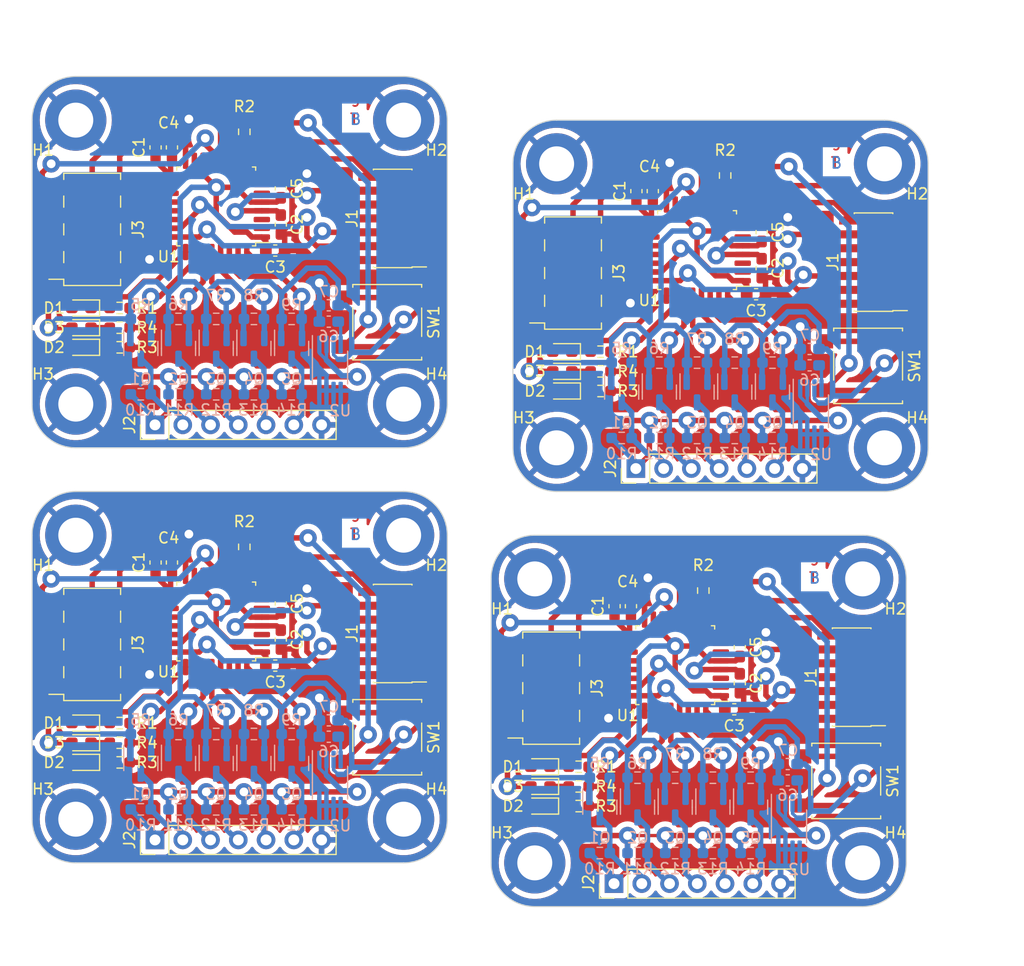
<source format=kicad_pcb>
(kicad_pcb (version 20221018) (generator pcbnew)
  (layers (0 "F.Cu" signal) (31 "B.Cu" signal) (34 "B.Paste" user) (35 "F.Paste" user) (36 "B.SilkS" user "B.Silkscreen") (37 "F.SilkS" user "F.Silkscreen") (38 "B.Mask" user) (39 "F.Mask" user) (44 "Edge.Cuts" user))
  (net 0 "")
  (net 1 "+5V-v0-")
  (net 2 "GND-v0-")
  (net 3 "+3.3V-v0-")
  (net 4 "Net-(D1-K)-v0-")
  (net 6 "Net-(D3-K)-v0-")
  (net 7 "Status_LED-v0-")
  (net 8 "Data_Clock_SNES-v0-")
  (net 9 "Data_Latch_SNES-v0-")
  (net 10 "Net-(D2-K)-v0-")
  (net 11 "Serial_Data1_SNES-v0-")
  (net 12 "Serial_Data2_SNES-v0-")
  (net 13 "SPI_Chip_Select-v0-")
  (net 14 "Chip_Enable-v0-")
  (net 15 "SPI_Digital_Input-v0-")
  (net 16 "SPI_Clock-v0-")
  (net 17 "SPI_Digital_Output-v0-")
  (net 18 "IOBit_SNES-v0-")
  (net 19 "Data_Clock_STM32-v0-")
  (net 20 "Data_Latch_STM32-v0-")
  (net 21 "Appairing_Btn-v0-")
  (net 22 "Net-(U2-BP)-v0-")
  (net 23 "SWDIO-v0-")
  (net 24 "SWDCK-v0-")
  (net 27 "NRST-v0-")
  (net 28 "USART2_RX-v0-")
  (net 29 "USART2_TX-v0-")
  (net 30 "Serial_Data1_STM32-v0-")
  (net 31 "IOBit_STM32-v0-")
  (net 32 "Serial_Data2_STM32-v0-")
  (net 46 "+5V-v1-")
  (net 47 "GND-v1-")
  (net 48 "+3.3V-v1-")
  (net 49 "Net-(D1-K)-v1-")
  (net 51 "Net-(D3-K)-v1-")
  (net 52 "Status_LED-v1-")
  (net 53 "Data_Clock_SNES-v1-")
  (net 54 "Data_Latch_SNES-v1-")
  (net 55 "Net-(D2-K)-v1-")
  (net 56 "Serial_Data1_SNES-v1-")
  (net 57 "Serial_Data2_SNES-v1-")
  (net 58 "SPI_Chip_Select-v1-")
  (net 59 "Chip_Enable-v1-")
  (net 60 "SPI_Digital_Input-v1-")
  (net 61 "SPI_Clock-v1-")
  (net 62 "SPI_Digital_Output-v1-")
  (net 63 "IOBit_SNES-v1-")
  (net 64 "Data_Clock_STM32-v1-")
  (net 65 "Data_Latch_STM32-v1-")
  (net 66 "Appairing_Btn-v1-")
  (net 67 "Net-(U2-BP)-v1-")
  (net 68 "SWDIO-v1-")
  (net 69 "SWDCK-v1-")
  (net 72 "NRST-v1-")
  (net 73 "USART2_RX-v1-")
  (net 74 "USART2_TX-v1-")
  (net 75 "Serial_Data1_STM32-v1-")
  (net 76 "IOBit_STM32-v1-")
  (net 77 "Serial_Data2_STM32-v1-")
  (net 91 "+5V-v2-")
  (net 92 "GND-v2-")
  (net 93 "+3.3V-v2-")
  (net 94 "Net-(D1-K)-v2-")
  (net 96 "Net-(D3-K)-v2-")
  (net 97 "Status_LED-v2-")
  (net 98 "Data_Clock_SNES-v2-")
  (net 99 "Data_Latch_SNES-v2-")
  (net 100 "Net-(D2-K)-v2-")
  (net 101 "Serial_Data1_SNES-v2-")
  (net 102 "Serial_Data2_SNES-v2-")
  (net 103 "SPI_Chip_Select-v2-")
  (net 104 "Chip_Enable-v2-")
  (net 105 "SPI_Digital_Input-v2-")
  (net 106 "SPI_Clock-v2-")
  (net 107 "SPI_Digital_Output-v2-")
  (net 108 "IOBit_SNES-v2-")
  (net 109 "Data_Clock_STM32-v2-")
  (net 110 "Data_Latch_STM32-v2-")
  (net 111 "Appairing_Btn-v2-")
  (net 112 "Net-(U2-BP)-v2-")
  (net 113 "SWDIO-v2-")
  (net 114 "SWDCK-v2-")
  (net 117 "NRST-v2-")
  (net 118 "USART2_RX-v2-")
  (net 119 "USART2_TX-v2-")
  (net 120 "Serial_Data1_STM32-v2-")
  (net 121 "IOBit_STM32-v2-")
  (net 122 "Serial_Data2_STM32-v2-")
  (net 136 "+5V-v3-")
  (net 137 "GND-v3-")
  (net 138 "+3.3V-v3-")
  (net 139 "Net-(D1-K)-v3-")
  (net 141 "Net-(D3-K)-v3-")
  (net 142 "Status_LED-v3-")
  (net 143 "Data_Clock_SNES-v3-")
  (net 144 "Data_Latch_SNES-v3-")
  (net 145 "Net-(D2-K)-v3-")
  (net 146 "Serial_Data1_SNES-v3-")
  (net 147 "Serial_Data2_SNES-v3-")
  (net 148 "SPI_Chip_Select-v3-")
  (net 149 "Chip_Enable-v3-")
  (net 150 "SPI_Digital_Input-v3-")
  (net 151 "SPI_Clock-v3-")
  (net 152 "SPI_Digital_Output-v3-")
  (net 153 "IOBit_SNES-v3-")
  (net 154 "Data_Clock_STM32-v3-")
  (net 155 "Data_Latch_STM32-v3-")
  (net 156 "Appairing_Btn-v3-")
  (net 157 "Net-(U2-BP)-v3-")
  (net 158 "SWDIO-v3-")
  (net 159 "SWDCK-v3-")
  (net 162 "NRST-v3-")
  (net 163 "USART2_RX-v3-")
  (net 164 "USART2_TX-v3-")
  (net 165 "Serial_Data1_STM32-v3-")
  (net 166 "IOBit_STM32-v3-")
  (net 167 "Serial_Data2_STM32-v3-")
  (footprint "Capacitor_SMD:C_0603_1608Metric_Pad1.08x0.95mm_HandSolder" (layer "F.Cu") (at 67.76 15.25 90)
    (fp_text reference "C5")
    (fp_text value "100n")
  )
  (footprint "MountingHole:MountingHole_3.2mm_M3_DIN965_Pad" (layer "F.Cu") (at 47 47)
    (fp_text reference "H1")
    (fp_text value "MountingHole_Pad")
  )
  (footprint "Connector_PinSocket_2.54mm:PinSocket_2x04_P2.54mm_Vertical_SMD" (layer "F.Cu") (at 6.5 53 180)
    (fp_text reference "J3")
    (fp_text value "Conn_01x08_Socket")
  )
  (footprint "Capacitor_SMD:C_0603_1608Metric_Pad1.08x0.95mm_HandSolder" (layer "F.Cu") (at 23.76 52.5525 90)
    (fp_text reference "C2")
    (fp_text value "100n")
  )
  (footprint "Button_Switch_SMD:SW_SPST_B3S-1000" (layer "F.Cu") (at 77.5 27.5 180)
    (fp_text reference "SW1")
    (fp_text value "SW_SPST")
  )
  (footprint "MountingHole:MountingHole_3.2mm_M3_DIN965_Pad" (layer "F.Cu") (at 47 73)
    (fp_text reference "H3")
    (fp_text value "MountingHole_Pad")
  )
  (footprint "Capacitor_SMD:C_0603_1608Metric_Pad1.08x0.95mm_HandSolder" (layer "F.Cu") (at 67.2525 20.94)
    (fp_text reference "C3")
    (fp_text value "100n")
  )
  (footprint "Diode_SMD:D_0603_1608Metric_Pad1.05x0.95mm_HandSolder" (layer "F.Cu") (at 47.51875 67.8 180)
    (fp_text reference "D2")
    (fp_text value "LED_Small")
  )
  (footprint "Resistor_SMD:R_0603_1608Metric_Pad0.98x0.95mm_HandSolder" (layer "F.Cu") (at 64.42 10.07 90)
    (fp_text reference "R2")
    (fp_text value "10k")
  )
  (footprint "Diode_SMD:D_0603_1608Metric_Pad1.05x0.95mm_HandSolder" (layer "F.Cu") (at 5.51875 24 180)
    (fp_text reference "D3")
    (fp_text value "LED")
  )
  (footprint "Diode_SMD:D_0603_1608Metric_Pad1.05x0.95mm_HandSolder" (layer "F.Cu") (at 5.51875 63.8 180)
    (fp_text reference "D2")
    (fp_text value "LED_Small")
  )
  (footprint "Capacitor_SMD:C_0603_1608Metric_Pad1.08x0.95mm_HandSolder" (layer "F.Cu") (at 23.76 49.25 90)
    (fp_text reference "C5")
    (fp_text value "100n")
  )
  (footprint "Connector_PinHeader_1.27mm:PinHeader_2x07_P1.27mm_Vertical_SMD" (layer "F.Cu") (at 78 18 180)
    (fp_text reference "J1")
    (fp_text value "Conn_02x07_Odd_Even")
  )
  (footprint "Connector_PinHeader_2.54mm:PinHeader_1x07_P2.54mm_Vertical" (layer "F.Cu") (at 12.25 32.9 90)
    (fp_text reference "J2")
    (fp_text value "Conn_01x07_Socket")
  )
  (footprint "Capacitor_SMD:C_0603_1608Metric_Pad1.08x0.95mm_HandSolder" (layer "F.Cu") (at 54.3 49.5 90)
    (fp_text reference "C1")
    (fp_text value "10u")
  )
  (footprint "MountingHole:MountingHole_3.2mm_M3_DIN965_Pad" (layer "F.Cu") (at 49 35)
    (fp_text reference "H3")
    (fp_text value "MountingHole_Pad")
  )
  (footprint "Capacitor_SMD:C_0603_1608Metric_Pad1.08x0.95mm_HandSolder" (layer "F.Cu") (at 65.76 53.25 90)
    (fp_text reference "C5")
    (fp_text value "100n")
  )
  (footprint "MountingHole:MountingHole_3.2mm_M3_DIN965_Pad" (layer "F.Cu") (at 35 31)
    (fp_text reference "H4")
    (fp_text value "MountingHole_Pad")
  )
  (footprint "Connector_PinSocket_2.54mm:PinSocket_2x04_P2.54mm_Vertical_SMD" (layer "F.Cu") (at 48.5 57 180)
    (fp_text reference "J3")
    (fp_text value "Conn_01x08_Socket")
  )
  (footprint "Button_Switch_SMD:SW_SPST_B3S-1000" (layer "F.Cu") (at 33.5 61.5 180)
    (fp_text reference "SW1")
    (fp_text value "SW_SPST")
  )
  (footprint "Resistor_SMD:R_0603_1608Metric_Pad0.98x0.95mm_HandSolder" (layer "F.Cu") (at 9.01875 22.2)
    (fp_text reference "R1")
    (fp_text value "1k")
  )
  (footprint "Connector_PinSocket_2.54mm:PinSocket_2x04_P2.54mm_Vertical_SMD" (layer "F.Cu") (at 50.5 19 180)
    (fp_text reference "J3")
    (fp_text value "Conn_01x08_Socket")
  )
  (footprint "Diode_SMD:D_0603_1608Metric_Pad1.05x0.95mm_HandSolder" (layer "F.Cu") (at 5.51875 25.8 180)
    (fp_text reference "D2")
    (fp_text value "LED_Small")
  )
  (footprint "MountingHole:MountingHole_3.2mm_M3_DIN965_Pad" (layer "F.Cu") (at 5 31)
    (fp_text reference "H3")
    (fp_text value "MountingHole_Pad")
  )
  (footprint "MountingHole:MountingHole_3.2mm_M3_DIN965_Pad" (layer "F.Cu") (at 5 5)
    (fp_text reference "H1")
    (fp_text value "MountingHole_Pad")
  )
  (footprint "Connector_PinHeader_2.54mm:PinHeader_1x07_P2.54mm_Vertical" (layer "F.Cu") (at 12.25 70.9 90)
    (fp_text reference "J2")
    (fp_text value "Conn_01x07_Socket")
  )
  (footprint "Package_QFP:LQFP-32_7x7mm_P0.8mm" (layer "F.Cu") (at 17.85 50.9 180)
    (fp_text reference "U1")
    (fp_text value "STM32L412KBTx")
  )
  (footprint "MountingHole:MountingHole_3.2mm_M3_DIN965_Pad" (layer "F.Cu") (at 77 47)
    (fp_text reference "H2")
    (fp_text value "MountingHole_Pad")
  )
  (footprint "Diode_SMD:D_0603_1608Metric_Pad1.05x0.95mm_HandSolder" (layer "F.Cu") (at 5.51875 60.2 180)
    (fp_text reference "D1")
    (fp_text value "LED_Small")
  )
  (footprint "Resistor_SMD:R_0603_1608Metric_Pad0.98x0.95mm_HandSolder" (layer "F.Cu") (at 51.01875 64.2)
    (fp_text reference "R1")
    (fp_text value "1k")
  )
  (footprint "Button_Switch_SMD:SW_SPST_B3S-1000" (layer "F.Cu") (at 33.5 23.5 180)
    (fp_text reference "SW1")
    (fp_text value "SW_SPST")
  )
  (footprint "Diode_SMD:D_0603_1608Metric_Pad1.05x0.95mm_HandSolder" (layer "F.Cu") (at 47.51875 66 180)
    (fp_text reference "D3")
    (fp_text value "LED")
  )
  (footprint "Capacitor_SMD:C_0603_1608Metric_Pad1.08x0.95mm_HandSolder" (layer "F.Cu") (at 67.76 18.5525 90)
    (fp_text reference "C2")
    (fp_text value "100n")
  )
  (footprint "Resistor_SMD:R_0603_1608Metric_Pad0.98x0.95mm_HandSolder" (layer "F.Cu") (at 9.01875 60.2)
    (fp_text reference "R1")
    (fp_text value "1k")
  )
  (footprint "Capacitor_SMD:C_0603_1608Metric_Pad1.08x0.95mm_HandSolder" (layer "F.Cu") (at 13.8 45.5 90)
    (fp_text reference "C4")
    (fp_text value "100n")
  )
  (footprint "Diode_SMD:D_0603_1608Metric_Pad1.05x0.95mm_HandSolder" (layer "F.Cu") (at 5.51875 22.2 180)
    (fp_text reference "D1")
    (fp_text value "LED_Small")
  )
  (footprint "Connector_PinHeader_1.27mm:PinHeader_2x07_P1.27mm_Vertical_SMD" (layer "F.Cu") (at 34 14 180)
    (fp_text reference "J1")
    (fp_text value "Conn_02x07_Odd_Even")
  )
  (footprint "MountingHole:MountingHole_3.2mm_M3_DIN965_Pad" (layer "F.Cu") (at 77 73)
    (fp_text reference "H4")
    (fp_text value "MountingHole_Pad")
  )
  (footprint "Connector_PinSocket_2.54mm:PinSocket_2x04_P2.54mm_Vertical_SMD" (layer "F.Cu") (at 6.5 15 180)
    (fp_text reference "J3")
    (fp_text value "Conn_01x08_Socket")
  )
  (footprint "Resistor_SMD:R_0603_1608Metric_Pad0.98x0.95mm_HandSolder" (layer "F.Cu") (at 53.01875 26.2)
    (fp_text reference "R1")
    (fp_text value "1k")
  )
  (footprint "Capacitor_SMD:C_0603_1608Metric_Pad1.08x0.95mm_HandSolder" (layer "F.Cu") (at 23.2525 54.94)
    (fp_text reference "C3")
    (fp_text value "100n")
  )
  (footprint "Connector_PinHeader_2.54mm:PinHeader_1x07_P2.54mm_Vertical" (layer "F.Cu") (at 56.25 36.9 90)
    (fp_text reference "J2")
    (fp_text value "Conn_01x07_Socket")
  )
  (footprint "MountingHole:MountingHole_3.2mm_M3_DIN965_Pad" (layer "F.Cu") (at 5 43)
    (fp_text reference "H1")
    (fp_text value "MountingHole_Pad")
  )
  (footprint "Package_QFP:LQFP-32_7x7mm_P0.8mm" (layer "F.Cu") (at 59.85 54.9 180)
    (fp_text reference "U1")
    (fp_text value "STM32L412KBTx")
  )
  (footprint "Capacitor_SMD:C_0603_1608Metric_Pad1.08x0.95mm_HandSolder" (layer "F.Cu") (at 23.76 14.5525 90)
    (fp_text reference "C2")
    (fp_text value "100n")
  )
  (footprint "Resistor_SMD:R_0603_1608Metric_Pad0.98x0.95mm_HandSolder" (layer "F.Cu") (at 9.01875 25.8)
    (fp_text reference "R3")
    (fp_text value "1k")
  )
  (footprint "Capacitor_SMD:C_0603_1608Metric_Pad1.08x0.95mm_HandSolder" (layer "F.Cu") (at 23.2525 16.94)
    (fp_text reference "C3")
    (fp_text value "100n")
  )
  (footprint "Capacitor_SMD:C_0603_1608Metric_Pad1.08x0.95mm_HandSolder" (layer "F.Cu") (at 13.8 7.5 90)
    (fp_text reference "C4")
    (fp_text value "100n")
  )
  (footprint "MountingHole:MountingHole_3.2mm_M3_DIN965_Pad" (layer "F.Cu") (at 49 9)
    (fp_text reference "H1")
    (fp_text value "MountingHole_Pad")
  )
  (footprint "MountingHole:MountingHole_3.2mm_M3_DIN965_Pad" (layer "F.Cu") (at 79 9)
    (fp_text reference "H2")
    (fp_text value "MountingHole_Pad")
  )
  (footprint "Resistor_SMD:R_0603_1608Metric_Pad0.98x0.95mm_HandSolder" (layer "F.Cu") (at 9.01875 63.8)
    (fp_text reference "R3")
    (fp_text value "1k")
  )
  (footprint "Resistor_SMD:R_0603_1608Metric_Pad0.98x0.95mm_HandSolder" (layer "F.Cu") (at 20.42 6.07 90)
    (fp_text reference "R2")
    (fp_text value "10k")
  )
  (footprint "MountingHole:MountingHole_3.2mm_M3_DIN965_Pad" (layer "F.Cu") (at 35 5)
    (fp_text reference "H2")
    (fp_text value "MountingHole_Pad")
  )
  (footprint "MountingHole:MountingHole_3.2mm_M3_DIN965_Pad" (layer "F.Cu") (at 35 43)
    (fp_text reference "H2")
    (fp_text value "MountingHole_Pad")
  )
  (footprint "Connector_PinHeader_1.27mm:PinHeader_2x07_P1.27mm_Vertical_SMD" (layer "F.Cu") (at 34 52 180)
    (fp_text reference "J1")
    (fp_text value "Conn_02x07_Odd_Even")
  )
  (footprint "Capacitor_SMD:C_0603_1608Metric_Pad1.08x0.95mm_HandSolder" (layer "F.Cu") (at 12.3 45.5 90)
    (fp_text reference "C1")
    (fp_text value "10u")
  )
  (footprint "Diode_SMD:D_0603_1608Metric_Pad1.05x0.95mm_HandSolder" (layer "F.Cu") (at 47.51875 64.2 180)
    (fp_text reference "D1")
    (fp_text value "LED_Small")
  )
  (footprint "Diode_SMD:D_0603_1608Metric_Pad1.05x0.95mm_HandSolder" (layer "F.Cu") (at 5.51875 62 180)
    (fp_text reference "D3")
    (fp_text value "LED")
  )
  (footprint "Resistor_SMD:R_0603_1608Metric_Pad0.98x0.95mm_HandSolder" (layer "F.Cu") (at 51.01875 67.8)
    (fp_text reference "R3")
    (fp_text value "1k")
  )
  (footprint "MountingHole:MountingHole_3.2mm_M3_DIN965_Pad" (layer "F.Cu") (at 35 69)
    (fp_text reference "H4")
    (fp_text value "MountingHole_Pad")
  )
  (footprint "Diode_SMD:D_0603_1608Metric_Pad1.05x0.95mm_HandSolder" (layer "F.Cu") (at 49.51875 28 180)
    (fp_text reference "D3")
    (fp_text value "LED")
  )
  (footprint "Diode_SMD:D_0603_1608Metric_Pad1.05x0.95mm_HandSolder" (layer "F.Cu") (at 49.51875 26.2 180)
    (fp_text reference "D1")
    (fp_text value "LED_Small")
  )
  (footprint "Resistor_SMD:R_0603_1608Metric_Pad0.98x0.95mm_HandSolder" (layer "F.Cu") (at 53.01875 29.8)
    (fp_text reference "R3")
    (fp_text value "1k")
  )
  (footprint "Resistor_SMD:R_0603_1608Metric_Pad0.98x0.95mm_HandSolder" (layer "F.Cu") (at 53.01875 28)
    (fp_text reference "R4")
    (fp_text value "1k")
  )
  (footprint "Resistor_SMD:R_0603_1608Metric_Pad0.98x0.95mm_HandSolder" (layer "F.Cu") (at 9.01875 62)
    (fp_text reference "R4")
    (fp_text value "1k")
  )
  (footprint "Package_QFP:LQFP-32_7x7mm_P0.8mm" (layer "F.Cu") (at 17.85 12.9 180)
    (fp_text reference "U1")
    (fp_text value "STM32L412KBTx")
  )
  (footprint "MountingHole:MountingHole_3.2mm_M3_DIN965_Pad" (layer "F.Cu") (at 79 35)
    (fp_text reference "H4")
    (fp_text value "MountingHole_Pad")
  )
  (footprint "Connector_PinHeader_2.54mm:PinHeader_1x07_P2.54mm_Vertical" (layer "F.Cu") (at 54.25 74.9 90)
    (fp_text reference "J2")
    (fp_text value "Conn_01x07_Socket")
  )
  (footprint "Button_Switch_SMD:SW_SPST_B3S-1000" (layer "F.Cu") (at 75.5 65.5 180)
    (fp_text reference "SW1")
    (fp_text value "SW_SPST")
  )
  (footprint "Package_QFP:LQFP-32_7x7mm_P0.8mm" (layer "F.Cu") (at 61.85 16.9 180)
    (fp_text reference "U1")
    (fp_text value "STM32L412KBTx")
  )
  (footprint "Resistor_SMD:R_0603_1608Metric_Pad0.98x0.95mm_HandSolder" (layer "F.Cu") (at 62.42 48.07 90)
    (fp_text reference "R2")
    (fp_text value "10k")
  )
  (footprint "Capacitor_SMD:C_0603_1608Metric_Pad1.08x0.95mm_HandSolder" (layer "F.Cu") (at 12.3 7.5 90)
    (fp_text reference "C1")
    (fp_text value "10u")
  )
  (footprint "Capacitor_SMD:C_0603_1608Metric_Pad1.08x0.95mm_HandSolder" (layer "F.Cu") (at 57.8 11.5 90)
    (fp_text reference "C4")
    (fp_text value "100n")
  )
  (footprint "Resistor_SMD:R_0603_1608Metric_Pad0.98x0.95mm_HandSolder" (layer "F.Cu") (at 20.42 44.07 90)
    (fp_text reference "R2")
    (fp_text value "10k")
  )
  (footprint "Capacitor_SMD:C_0603_1608Metric_Pad1.08x0.95mm_HandSolder" (layer "F.Cu") (at 65.2525 58.94)
    (fp_text reference "C3")
    (fp_text value "100n")
  )
  (footprint "MountingHole:MountingHole_3.2mm_M3_DIN965_Pad" (layer "F.Cu") (at 5 69)
    (fp_text reference "H3")
    (fp_text value "MountingHole_Pad")
  )
  (footprint "Capacitor_SMD:C_0603_1608Metric_Pad1.08x0.95mm_HandSolder" (layer "F.Cu") (at 56.3 11.5 90)
    (fp_text reference "C1")
    (fp_text value "10u")
  )
  (footprint "Resistor_SMD:R_0603_1608Metric_Pad0.98x0.95mm_HandSolder" (layer "F.Cu") (at 51.01875 66)
    (fp_text reference "R4")
    (fp_text value "1k")
  )
  (footprint "Resistor_SMD:R_0603_1608Metric_Pad0.98x0.95mm_HandSolder" (layer "F.Cu") (at 9.01875 24)
    (fp_text reference "R4")
    (fp_text value "1k")
  )
  (footprint "Capacitor_SMD:C_0603_1608Metric_Pad1.08x0.95mm_HandSolder" (layer "F.Cu") (at 23.76 11.25 90)
    (fp_text reference "C5")
    (fp_text value "100n")
  )
  (footprint "Capacitor_SMD:C_0603_1608Metric_Pad1.08x0.95mm_HandSolder" (layer "F.Cu") (at 65.76 56.5525 90)
    (fp_text reference "C2")
    (fp_text value "100n")
  )
  (footprint "Diode_SMD:D_0603_1608Metric_Pad1.05x0.95mm_HandSolder" (layer "F.Cu") (at 49.51875 29.8 180)
    (fp_text reference "D2")
    (fp_text value "LED_Small")
  )
  (footprint "Connector_PinHeader_1.27mm:PinHeader_2x07_P1.27mm_Vertical_SMD" (layer "F.Cu") (at 76 56 180)
    (fp_text reference "J1")
    (fp_text value "Conn_02x07_Odd_Even")
  )
  (footprint "Capacitor_SMD:C_0603_1608Metric_Pad1.08x0.95mm_HandSolder" (layer "F.Cu") (at 55.8 49.5 90)
    (fp_text reference "C4")
    (fp_text value "100n")
  )
  (footprint "Package_TO_SOT_SMD:SOT-23" (layer "B.Cu") (at 24.75 25.9 -90)
    (fp_text reference "Q5")
    (fp_text value "2N7002")
  )
  (footprint "Resistor_SMD:R_0603_1608Metric_Pad0.98x0.95mm_HandSolder" (layer "B.Cu") (at 58.4 34.1)
    (fp_text reference "R11")
    (fp_text value "10k")
  )
  (footprint "Resistor_SMD:R_0603_1608Metric_Pad0.98x0.95mm_HandSolder" (layer "B.Cu") (at 24.75 30.1)
    (fp_text reference "R14")
    (fp_text value "10k")
  )
  (footprint "Resistor_SMD:R_0603_1608Metric_Pad0.98x0.95mm_HandSolder" (layer "B.Cu") (at 24.75 61.2)
    (fp_text reference "R9")
    (fp_text value "10k")
  )
  (footprint "Package_TO_SOT_SMD:SOT-23" (layer "B.Cu") (at 54.95 29.9 -90)
    (fp_text reference "Q1")
    (fp_text value "2N7002")
  )
  (footprint "Package_SO:MSOP-8_3x3mm_P0.65mm" (layer "B.Cu") (at 28.2625 27.65 -90)
    (fp_text reference "U2")
    (fp_text value "MIC5219-3.3YMM")
  )
  (footprint "Package_SO:MSOP-8_3x3mm_P0.65mm" (layer "B.Cu") (at 72.2625 31.65 -90)
    (fp_text reference "U2")
    (fp_text value "MIC5219-3.3YMM")
  )
  (footprint "Resistor_SMD:R_0603_1608Metric_Pad0.98x0.95mm_HandSolder" (layer "B.Cu") (at 14.4 23.2)
    (fp_text reference "R6")
    (fp_text value "10k")
  )
  (footprint "Package_TO_SOT_SMD:SOT-23" (layer "B.Cu") (at 63.3 67.9 -90)
    (fp_text reference "Q4")
    (fp_text value "2N7002")
  )
  (footprint "Resistor_SMD:R_0603_1608Metric_Pad0.98x0.95mm_HandSolder" (layer "B.Cu") (at 24.75 23.2)
    (fp_text reference "R9")
    (fp_text value "10k")
  )
  (footprint "Capacitor_SMD:C_0603_1608Metric_Pad1.08x0.95mm_HandSolder" (layer "B.Cu") (at 72.15 27.45 180)
    (fp_text reference "C6")
    (fp_text value "470p")
  )
  (footprint "Resistor_SMD:R_0603_1608Metric_Pad0.98x0.95mm_HandSolder" (layer "B.Cu") (at 63.3 72.1)
    (fp_text reference "R13")
    (fp_text value "10k")
  )
  (footprint "Package_TO_SOT_SMD:SOT-23" (layer "B.Cu") (at 14.4 25.9 -90)
    (fp_text reference "Q2")
    (fp_text value "2N7002")
  )
  (footprint "Package_TO_SOT_SMD:SOT-23" (layer "B.Cu") (at 56.4 67.9 -90)
    (fp_text reference "Q2")
    (fp_text value "2N7002")
  )
  (footprint "Resistor_SMD:R_0603_1608Metric_Pad0.98x0.95mm_HandSolder" (layer "B.Cu") (at 10.95 30.1)
    (fp_text reference "R10")
    (fp_text value "10k")
  )
  (footprint "Package_TO_SOT_SMD:SOT-23" (layer "B.Cu") (at 65.3 29.9 -90)
    (fp_text reference "Q4")
    (fp_text value "2N7002")
  )
  (footprint "Package_TO_SOT_SMD:SOT-23" (layer "B.Cu") (at 10.95 63.9 -90)
    (fp_text reference "Q1")
    (fp_text value "2N7002")
  )
  (footprint "Resistor_SMD:R_0603_1608Metric_Pad0.98x0.95mm_HandSolder" (layer "B.Cu") (at 17.85 30.1)
    (fp_text reference "R12")
    (fp_text value "10k")
  )
  (footprint "Package_TO_SOT_SMD:SOT-23" (layer "B.Cu") (at 52.95 67.9 -90)
    (fp_text reference "Q1")
    (fp_text value "2N7002")
  )
  (footprint "Resistor_SMD:R_0603_1608Metric_Pad0.98x0.95mm_HandSolder" (layer "B.Cu") (at 59.85 65.2)
    (fp_text reference "R7")
    (fp_text value "10k")
  )
  (footprint "Resistor_SMD:R_0603_1608Metric_Pad0.98x0.95mm_HandSolder" (layer "B.Cu") (at 21.3 30.1)
    (fp_text reference "R13")
    (fp_text value "10k")
  )
  (footprint "Package_TO_SOT_SMD:SOT-23" (layer "B.Cu") (at 58.4 29.9 -90)
    (fp_text reference "Q2")
    (fp_text value "2N7002")
  )
  (footprint "Package_TO_SOT_SMD:SOT-23" (layer "B.Cu") (at 17.85 25.9 -90)
    (fp_text reference "Q3")
    (fp_text value "2N7002")
  )
  (footprint "Package_TO_SOT_SMD:SOT-23" (layer "B.Cu") (at 68.75 29.9 -90)
    (fp_text reference "Q5")
    (fp_text value "2N7002")
  )
  (footprint "Resistor_SMD:R_0603_1608Metric_Pad0.98x0.95mm_HandSolder" (layer "B.Cu") (at 65.3 27.2)
    (fp_text reference "R8")
    (fp_text value "10k")
  )
  (footprint "Package_TO_SOT_SMD:SOT-23" (layer "B.Cu") (at 61.85 29.9 -90)
    (fp_text reference "Q3")
    (fp_text value "2N7002")
  )
  (footprint "Resistor_SMD:R_0603_1608Metric_Pad0.98x0.95mm_HandSolder" (layer "B.Cu") (at 58.4 27.2)
    (fp_text reference "R6")
    (fp_text value "10k")
  )
  (footprint "Capacitor_SMD:C_0603_1608Metric_Pad1.08x0.95mm_HandSolder" (layer "B.Cu") (at 70.15 63.95 180)
    (fp_text reference "C7")
    (fp_text value "2.2u")
  )
  (footprint "Resistor_SMD:R_0603_1608Metric_Pad0.98x0.95mm_HandSolder" (layer "B.Cu") (at 66.75 72.1)
    (fp_text reference "R14")
    (fp_text value "10k")
  )
  (footprint "Package_TO_SOT_SMD:SOT-23" (layer "B.Cu") (at 21.3 63.9 -90)
    (fp_text reference "Q4")
    (fp_text value "2N7002")
  )
  (footprint "Package_TO_SOT_SMD:SOT-23" (layer "B.Cu") (at 21.3 25.9 -90)
    (fp_text reference "Q4")
    (fp_text value "2N7002")
  )
  (footprint "Resistor_SMD:R_0603_1608Metric_Pad0.98x0.95mm_HandSolder" (layer "B.Cu") (at 10.95 68.1)
    (fp_text reference "R10")
    (fp_text value "10k")
  )
  (footprint "Resistor_SMD:R_0603_1608Metric_Pad0.98x0.95mm_HandSolder" (layer "B.Cu") (at 14.4 30.1)
    (fp_text reference "R11")
    (fp_text value "10k")
  )
  (footprint "Resistor_SMD:R_0603_1608Metric_Pad0.98x0.95mm_HandSolder" (layer "B.Cu") (at 61.85 27.2)
    (fp_text reference "R7")
    (fp_text value "10k")
  )
  (footprint "Package_TO_SOT_SMD:SOT-23" (layer "B.Cu") (at 14.4 63.9 -90)
    (fp_text reference "Q2")
    (fp_text value "2N7002")
  )
  (footprint "Capacitor_SMD:C_0603_1608Metric_Pad1.08x0.95mm_HandSolder" (layer "B.Cu") (at 28.15 23.45 180)
    (fp_text reference "C6")
    (fp_text value "470p")
  )
  (footprint "Capacitor_SMD:C_0603_1608Metric_Pad1.08x0.95mm_HandSolder" (layer "B.Cu") (at 28.15 21.95 180)
    (fp_text reference "C7")
    (fp_text value "2.2u")
  )
  (footprint "Package_TO_SOT_SMD:SOT-23" (layer "B.Cu") (at 17.85 63.9 -90)
    (fp_text reference "Q3")
    (fp_text value "2N7002")
  )
  (footprint "Resistor_SMD:R_0603_1608Metric_Pad0.98x0.95mm_HandSolder" (layer "B.Cu") (at 54.95 27.2)
    (fp_text reference "R5")
    (fp_text value "10k")
  )
  (footprint "Resistor_SMD:R_0603_1608Metric_Pad0.98x0.95mm_HandSolder" (layer "B.Cu") (at 10.95 23.2)
    (fp_text reference "R5")
    (fp_text value "10k")
  )
  (footprint "Resistor_SMD:R_0603_1608Metric_Pad0.98x0.95mm_HandSolder" (layer "B.Cu") (at 52.95 65.2)
    (fp_text reference "R5")
    (fp_text value "10k")
  )
  (footprint "Resistor_SMD:R_0603_1608Metric_Pad0.98x0.95mm_HandSolder" (layer "B.Cu") (at 52.95 72.1)
    (fp_text reference "R10")
    (fp_text value "10k")
  )
  (footprint "Resistor_SMD:R_0603_1608Metric_Pad0.98x0.95mm_HandSolder" (layer "B.Cu") (at 66.75 65.2)
    (fp_text reference "R9")
    (fp_text value "10k")
  )
  (footprint "Resistor_SMD:R_0603_1608Metric_Pad0.98x0.95mm_HandSolder" (layer "B.Cu") (at 61.85 34.1)
    (fp_text reference "R12")
    (fp_text value "10k")
  )
  (footprint "Package_TO_SOT_SMD:SOT-23" (layer "B.Cu") (at 59.85 67.9 -90)
    (fp_text reference "Q3")
    (fp_text value "2N7002")
  )
  (footprint "Resistor_SMD:R_0603_1608Metric_Pad0.98x0.95mm_HandSolder" (layer "B.Cu") (at 17.85 68.1)
    (fp_text reference "R12")
    (fp_text value "10k")
  )
  (footprint "Resistor_SMD:R_0603_1608Metric_Pad0.98x0.95mm_HandSolder" (layer "B.Cu") (at 17.85 23.2)
    (fp_text reference "R7")
    (fp_text value "10k")
  )
  (footprint "Package_TO_SOT_SMD:SOT-23" (layer "B.Cu") (at 10.95 25.9 -90)
    (fp_text reference "Q1")
    (fp_text value "2N7002")
  )
  (footprint "Resistor_SMD:R_0603_1608Metric_Pad0.98x0.95mm_HandSolder" (layer "B.Cu") (at 68.75 34.1)
    (fp_text reference "R14")
    (fp_text value "10k")
  )
  (footprint "Resistor_SMD:R_0603_1608Metric_Pad0.98x0.95mm_HandSolder" (layer "B.Cu") (at 65.3 34.1)
    (fp_text reference "R13")
    (fp_text value "10k")
  )
  (footprint "Resistor_SMD:R_0603_1608Metric_Pad0.98x0.95mm_HandSolder" (layer "B.Cu") (at 24.75 68.1)
    (fp_text reference "R14")
    (fp_text value "10k")
  )
  (footprint "Package_TO_SOT_SMD:SOT-23" (layer "B.Cu") (at 66.75 67.9 -90)
    (fp_text reference "Q5")
    (fp_text value "2N7002")
  )
  (footprint "Resistor_SMD:R_0603_1608Metric_Pad0.98x0.95mm_HandSolder" (layer "B.Cu") (at 14.4 61.2)
    (fp_text reference "R6")
    (fp_text value "10k")
  )
  (footprint "Resistor_SMD:R_0603_1608Metric_Pad0.98x0.95mm_HandSolder" (layer "B.Cu") (at 17.85 61.2)
    (fp_text reference "R7")
    (fp_text value "10k")
  )
  (footprint "Resistor_SMD:R_0603_1608Metric_Pad0.98x0.95mm_HandSolder" (layer "B.Cu") (at 21.3 61.2)
    (fp_text reference "R8")
    (fp_text value "10k")
  )
  (footprint "Resistor_SMD:R_0603_1608Metric_Pad0.98x0.95mm_HandSolder" (layer "B.Cu") (at 56.4 65.2)
    (fp_text reference "R6")
    (fp_text value "10k")
  )
  (footprint "Resistor_SMD:R_0603_1608Metric_Pad0.98x0.95mm_HandSolder" (layer "B.Cu") (at 54.95 34.1)
    (fp_text reference "R10")
    (fp_text value "10k")
  )
  (footprint "Resistor_SMD:R_0603_1608Metric_Pad0.98x0.95mm_HandSolder" (layer "B.Cu") (at 10.95 61.2)
    (fp_text reference "R5")
    (fp_text value "10k")
  )
  (footprint "Capacitor_SMD:C_0603_1608Metric_Pad1.08x0.95mm_HandSolder" (layer "B.Cu") (at 28.15 59.95 180)
    (fp_text reference "C7")
    (fp_text value "2.2u")
  )
  (footprint "Resistor_SMD:R_0603_1608Metric_Pad0.98x0.95mm_HandSolder" (layer "B.Cu") (at 56.4 72.1)
    (fp_text reference "R11")
    (fp_text value "10k")
  )
  (footprint "Capacitor_SMD:C_0603_1608Metric_Pad1.08x0.95mm_HandSolder" (layer "B.Cu") (at 70.15 65.45 180)
    (fp_text reference "C6")
    (fp_text value "470p")
  )
  (footprint "Package_TO_SOT_SMD:SOT-23" (layer "B.Cu") (at 24.75 63.9 -90)
    (fp_text reference "Q5")
    (fp_text value "2N7002")
  )
  (footprint "Resistor_SMD:R_0603_1608Metric_Pad0.98x0.95mm_HandSolder" (layer "B.Cu") (at 63.3 65.2)
    (fp_text reference "R8")
    (fp_text value "10k")
  )
  (footprint "Package_SO:MSOP-8_3x3mm_P0.65mm" (layer "B.Cu") (at 70.2625 69.65 -90)
    (fp_text reference "U2")
    (fp_text value "MIC5219-3.3YMM")
  )
  (footprint "Resistor_SMD:R_0603_1608Metric_Pad0.98x0.95mm_HandSolder" (layer "B.Cu") (at 14.4 68.1)
    (fp_text reference "R11")
    (fp_text value "10k")
  )
  (footprint "Resistor_SMD:R_0603_1608Metric_Pad0.98x0.95mm_HandSolder" (layer "B.Cu") (at 21.3 23.2)
    (fp_text reference "R8")
    (fp_text value "10k")
  )
  (footprint "Package_SO:MSOP-8_3x3mm_P0.65mm" (layer "B.Cu") (at 28.2625 65.65 -90)
    (fp_text reference "U2")
    (fp_text value "MIC5219-3.3YMM")
  )
  (footprint "Capacitor_SMD:C_0603_1608Metric_Pad1.08x0.95mm_HandSolder" (layer "B.Cu") (at 28.15 61.45 180)
    (fp_text reference "C6")
    (fp_text value "470p")
  )
  (footprint "Capacitor_SMD:C_0603_1608Metric_Pad1.08x0.95mm_HandSolder" (layer "B.Cu") (at 72.15 25.95 180)
    (fp_text reference "C7")
    (fp_text value "2.2u")
  )
  (footprint "Resistor_SMD:R_0603_1608Metric_Pad0.98x0.95mm_HandSolder" (layer "B.Cu") (at 68.75 27.2)
    (fp_text reference "R9")
    (fp_text value "10k")
  )
  (footprint "Resistor_SMD:R_0603_1608Metric_Pad0.98x0.95mm_HandSolder" (layer "B.Cu") (at 21.3 68.1)
    (fp_text reference "R13")
    (fp_text value "10k")
  )
  (footprint "Resistor_SMD:R_0603_1608Metric_Pad0.98x0.95mm_HandSolder" (layer "B.Cu") (at 59.85 72.1)
    (fp_text reference "R12")
    (fp_text value "10k")
  )
  (gr_arc (start 5 73) (mid 2.171573 71.828427) (end 1 69) (stroke (width 0.1)) (layer "Edge.Cuts"))
  (gr_line (start 79 39) (end 49 39) (stroke (width 0.1)) (layer "Edge.Cuts"))
  (gr_arc (start 79 5) (mid 81.828427 6.171573) (end 83 9) (stroke (width 0.1)) (layer "Edge.Cuts"))
  (gr_arc (start 35 39) (mid 37.828427 40.171573) (end 39 43) (stroke (width 0.1)) (layer "Edge.Cuts"))
  (gr_line (start 45 35) (end 45 9) (stroke (width 0.1)) (layer "Edge.Cuts"))
  (gr_line (start 39 43) (end 39 69) (stroke (width 0.1)) (layer "Edge.Cuts"))
  (gr_arc (start 81 73) (mid 79.828427 75.828427) (end 77 77) (stroke (width 0.1)) (layer "Edge.Cuts"))
  (gr_line (start 35 73) (end 5 73) (stroke (width 0.1)) (layer "Edge.Cuts"))
  (gr_arc (start 43 47) (mid 44.171573 44.171573) (end 47 43) (stroke (width 0.1)) (layer "Edge.Cuts"))
  (gr_line (start 1 69) (end 1 43) (stroke (width 0.1)) (layer "Edge.Cuts"))
  (gr_line (start 5 1) (end 35 1) (stroke (width 0.1)) (layer "Edge.Cuts"))
  (gr_arc (start 49 39) (mid 46.171573 37.828427) (end 45 35) (stroke (width 0.1)) (layer "Edge.Cuts"))
  (gr_line (start 77 77) (end 47 77) (stroke (width 0.1)) (layer "Edge.Cuts"))
  (gr_arc (start 83 35) (mid 81.828427 37.828427) (end 79 39) (stroke (width 0.1)) (layer "Edge.Cuts"))
  (gr_line (start 49 5) (end 79 5) (stroke (width 0.1)) (layer "Edge.Cuts"))
  (gr_line (start 47 43) (end 77 43) (stroke (width 0.1)) (layer "Edge.Cuts"))
  (gr_line (start 1 31) (end 1 5) (stroke (width 0.1)) (layer "Edge.Cuts"))
  (gr_line (start 83 9) (end 83 35) (stroke (width 0.1)) (layer "Edge.Cuts"))
  (gr_arc (start 1 5) (mid 2.171573 2.171573) (end 5 1) (stroke (width 0.1)) (layer "Edge.Cuts"))
  (gr_arc (start 1 43) (mid 2.171573 40.171573) (end 5 39) (stroke (width 0.1)) (layer "Edge.Cuts"))
  (gr_arc (start 39 31) (mid 37.828427 33.828427) (end 35 35) (stroke (width 0.1)) (layer "Edge.Cuts"))
  (gr_arc (start 47 77) (mid 44.171573 75.828427) (end 43 73) (stroke (width 0.1)) (layer "Edge.Cuts"))
  (gr_line (start 81 47) (end 81 73) (stroke (width 0.1)) (layer "Edge.Cuts"))
  (gr_arc (start 77 43) (mid 79.828427 44.171573) (end 81 47) (stroke (width 0.1)) (layer "Edge.Cuts"))
  (gr_arc (start 45 9) (mid 46.171573 6.171573) (end 49 5) (stroke (width 0.1)) (layer "Edge.Cuts"))
  (gr_line (start 35 35) (end 5 35) (stroke (width 0.1)) (layer "Edge.Cuts"))
  (gr_arc (start 39 69) (mid 37.828427 71.828427) (end 35 73) (stroke (width 0.1)) (layer "Edge.Cuts"))
  (gr_arc (start 5 35) (mid 2.171573 33.828427) (end 1 31) (stroke (width 0.1)) (layer "Edge.Cuts"))
  (gr_arc (start 35 1) (mid 37.828427 2.171573) (end 39 5) (stroke (width 0.1)) (layer "Edge.Cuts"))
  (gr_line (start 39 5) (end 39 31) (stroke (width 0.1)) (layer "Edge.Cuts"))
  (gr_line (start 5 39) (end 35 39) (stroke (width 0.1)) (layer "Edge.Cuts"))
  (gr_line (start 43 73) (end 43 47) (stroke (width 0.1)) (layer "Edge.Cuts"))
  (gr_text "SNES Plug" (at 67 7.5) (layer "F.Cu") (effects (font (size 1 1)) (justify left bottom)))
  (gr_text "T" (at 72 47.5) (layer "F.Cu") (effects (font (size 1 1)) (justify left bottom)))
  (gr_text "SNES Plug" (at 23 41.5) (layer "F.Cu") (effects (font (size 1 1)) (justify left bottom)))
  (gr_text "T" (at 30 5.5) (layer "F.Cu") (effects (font (size 1 1)) (justify left bottom)))
  (gr_text "T" (at 30 43.5) (layer "F.Cu") (effects (font (size 1 1)) (justify left bottom)))
  (gr_text "T" (at 74 9.5) (layer "F.Cu") (effects (font (size 1 1)) (justify left bottom)))
  (gr_text "SNES Plug" (at 65 45.5) (layer "F.Cu") (effects (font (size 1 1)) (justify left bottom)))
  (gr_text "SNES Plug" (at 23 3.5) (layer "F.Cu") (effects (font (size 1 1)) (justify left bottom)))
  (gr_text "B" (at 30 43.5) (layer "B.Cu") (effects (font (size 1 1)) (justify left bottom)))
  (gr_text "B" (at 74 9.5) (layer "B.Cu") (effects (font (size 1 1)) (justify left bottom)))
  (gr_text "B" (at 30 5.5) (layer "B.Cu") (effects (font (size 1 1)) (justify left bottom)))
  (gr_text "B" (at 72 47.5) (layer "B.Cu") (effects (font (size 1 1)) (justify left bottom)))
  (segment (start 6.059189 27.25) (end 7.5 27.25) (width 0.5) (layer "F.Cu") (net 1))
  (segment (start 13.4875 31.6625) (end 12.25 32.9) (width 0.5) (layer "F.Cu") (net 1))
  (segment (start 8.75 28.5) (end 13.4875 28.5) (width 0.5) (layer "F.Cu") (net 1))
  (segment (start 4.64375 25.8) (end 4.64375 25.834561) (width 0.5) (layer "F.Cu") (net 1))
  (segment (start 4.64375 25.834561) (end 6.059189 27.25) (width 0.5) (layer "F.Cu") (net 1))
  (segment (start 20.3875 28.5) (end 23.8375 28.5) (width 0.5) (layer "F.Cu") (net 1))
  (segment (start 7.5 27.25) (end 8.75 28.5) (width 0.5) (layer "F.Cu") (net 1))
  (segment (start 23.8375 28.5) (end 30.75 28.5) (width 0.5) (layer "F.Cu") (net 1))
  (segment (start 20.3875 28.5) (end 16.9375 28.5) (width 0.5) (layer "F.Cu") (net 1))
  (segment (start 13.4875 28.5) (end 13.4875 31.6625) (width 0.5) (layer "F.Cu") (net 1))
  (segment (start 13.4875 28.5) (end 16.9375 28.5) (width 0.3) (layer "F.Cu") (net 1))
  (via (at 16.9375 28.5) (size 1.6) (drill 0.8) (layers "F.Cu" "B.Cu") (net 1))
  (via (at 20.3875 28.5) (size 1.6) (drill 0.8) (layers "F.Cu" "B.Cu") (net 1))
  (via (at 30.75 28.5) (size 1.6) (drill 0.8) (layers "F.Cu" "B.Cu") (net 1))
  (via (at 23.8375 28.5) (size 1.6) (drill 0.8) (layers "F.Cu" "B.Cu") (net 1))
  (via (at 13.4875 28.5) (size 1.6) (drill 0.8) (layers "F.Cu" "B.Cu") (net 1))
  (segment (start 16.9375 28.5) (end 16.9375 30.1) (width 0.5) (layer "B.Cu") (net 1))
  (segment (start 12.25 32.9) (end 12.25 32.3125) (width 0.5) (layer "B.Cu") (net 1))
  (segment (start 27.9375 25.5375) (end 27.9375 26.980761) (width 0.3) (layer "B.Cu") (net 1))
  (segment (start 13.4875 30.1) (end 13.4875 28.5) (width 0.5) (layer "B.Cu") (net 1))
  (segment (start 30.65 28.4) (end 29.356739 28.4) (width 0.5) (layer "B.Cu") (net 1))
  (segment (start 27.2875 25.5375) (end 27.2875 26.330761) (width 0.3) (layer "B.Cu") (net 1))
  (segment (start 30.75 28.5) (end 30.65 28.4) (width 0.5) (layer "B.Cu") (net 1))
  (segment (start 12.25 32.3125) (end 10.0375 30.1) (width 0.5) (layer "B.Cu") (net 1))
  (segment (start 23.8375 28.5) (end 23.8375 30.1) (width 0.5) (layer "B.Cu") (net 1))
  (segment (start 27.2875 26.330761) (end 27.9375 26.980761) (width 0.3) (layer "B.Cu") (net 1))
  (segment (start 20.3875 28.5) (end 20.3875 30.1) (width 0.5) (layer "B.Cu") (net 1))
  (segment (start 29.356739 28.4) (end 27.9375 26.980761) (width 0.5) (layer "B.Cu") (net 1))
  (segment (start 13.8 6.45) (end 15.35 4.9) (width 0.5) (layer "F.Cu") (net 2))
  (segment (start 15.05 5.2) (end 15.05 8.725) (width 0.5) (layer "F.Cu") (net 2))
  (segment (start 20.65 17.075) (end 21.54 17.965) (width 0.5) (layer "F.Cu") (net 2))
  (segment (start 26.149189 9.9) (end 25.661689 10.3875) (width 0.5) (layer "F.Cu") (net 2))
  (segment (start 11.75 17.75) (end 10.69 18.81) (width 0.5) (layer "F.Cu") (net 2))
  (segment (start 23.76 15.341193) (end 24.785 14.316193) (width 0.5) (layer "F.Cu") (net 2))
  (segment (start 24.115 16.94) (end 24.115 15.77) (width 0.5) (layer "F.Cu") (net 2))
  (segment (start 21.54 17.965) (end 23.09 17.965) (width 0.5) (layer "F.Cu") (net 2))
  (segment (start 24.785 11.4125) (end 23.76 10.3875) (width 0.5) (layer "F.Cu") (net 2))
  (segment (start 15.35 4.9) (end 15.05 5.2) (width 0.5) (layer "F.Cu") (net 2))
  (segment (start 12.3 6.6375) (end 13.8 6.6375) (width 0.5) (layer "F.Cu") (net 2))
  (segment (start 24.115 15.77) (end 23.76 15.415) (width 0.5) (layer "F.Cu") (net 2))
  (segment (start 23.09 17.965) (end 24.115 16.94) (width 0.5) (layer "F.Cu") (net 2))
  (segment (start 24.785 14.316193) (end 24.785 11.4125) (width 0.5) (layer "F.Cu") (net 2))
  (segment (start 13.8 6.6375) (end 13.8 6.45) (width 0.5) (layer "F.Cu") (net 2))
  (segment (start 25.661689 10.3875) (end 23.76 10.3875) (width 0.5) (layer "F.Cu") (net 2))
  (segment (start 23.76 15.415) (end 23.76 15.341193) (width 0.5) (layer "F.Cu") (net 2))
  (segment (start 10.69 18.81) (end 9.02 18.81) (width 0.5) (layer "F.Cu") (net 2))
  (via (at 27.2875 19.9) (size 1.6) (drill 0.8) (layers "F.Cu" "B.Cu") (net 2))
  (via (at 15.35 4.9) (size 1.6) (drill 0.8) (layers "F.Cu" "B.Cu") (net 2))
  (via (at 26.149189 9.9) (size 1.6) (drill 0.8) (layers "F.Cu" "B.Cu") (net 2))
  (via (at 11.75 17.75) (size 1.6) (drill 0.8) (layers "F.Cu" "B.Cu") (net 2))
  (segment (start 27.2875 21.95) (end 27.2875 19.9) (width 0.5) (layer "B.Cu") (net 2))
  (segment (start 27.2875 21.95) (end 27.2875 23.45) (width 0.5) (layer "B.Cu") (net 2))
  (segment (start 23.4 9.9) (end 18.4 4.9) (width 0.5) (layer "B.Cu") (net 2))
  (segment (start 26.149189 9.9) (end 23.4 9.9) (width 0.5) (layer "B.Cu") (net 2))
  (segment (start 27.2875 19.9375) (end 27.25 19.9) (width 0.5) (layer "B.Cu") (net 2))
  (segment (start 18.4 4.9) (end 15.35 4.9) (width 0.5) (layer "B.Cu") (net 2))
  (segment (start 17.85 13.559189) (end 17.85 11.15) (width 0.5) (layer "F.Cu") (net 3))
  (segment (start 2.5 20.29) (end 3.98 18.81) (width 0.5) (layer "F.Cu") (net 3))
  (segment (start 23.76 12.1125) (end 23.3725 12.5) (width 0.5) (layer "F.Cu") (net 3))
  (segment (start 12.3 8.3625) (end 12.3 8.725) (width 0.5) (layer "F.Cu") (net 3))
  (segment (start 21.120406 15.7) (end 20.670406 15.25) (width 0.5) (layer "F.Cu") (net 3))
  (segment (start 21 12.5) (end 19.65 11.15) (width 0.5) (layer "F.Cu") (net 3))
  (segment (start 20.670406 15.25) (end 19.540811 15.25) (width 0.5) (layer "F.Cu") (net 3))
  (segment (start 4.64375 24) (end 2.5 24) (width 0.5) (layer "F.Cu") (net 3))
  (segment (start 22.39 16.94) (end 22.39 16.065) (width 0.5) (layer "F.Cu") (net 3))
  (segment (start 13.675 10.1) (end 13.675 8.4875) (width 0.5) (layer "F.Cu") (net 3))
  (segment (start 19.65 11.15) (end 17.85 11.15) (width 0.5) (layer "F.Cu") (net 3))
  (segment (start 35.95 16.54) (end 37.65 16.54) (width 0.5) (layer "F.Cu") (net 3))
  (segment (start 12.3 8.725) (end 13.675 10.1) (width 0.5) (layer "F.Cu") (net 3))
  (segment (start 16.8 10.1) (end 13.675 10.1) (width 0.5) (layer "F.Cu") (net 3))
  (segment (start 37.475 21.25) (end 38 20.725) (width 0.5) (layer "F.Cu") (net 3))
  (segment (start 13.675 8.4875) (end 13.8 8.3625) (width 0.5) (layer "F.Cu") (net 3))
  (segment (start 2.5 24) (end 2.5 20.29) (width 0.5) (layer "F.Cu") (net 3))
  (segment (start 23.3725 12.5) (end 22.025 12.5) (width 0.5) (layer "F.Cu") (net 3))
  (segment (start 35 23.25) (end 35.475 23.25) (width 0.5) (layer "F.Cu") (net 3))
  (segment (start 29.525 21.25) (end 37.475 21.25) (width 0.5) (layer "F.Cu") (net 3))
  (segment (start 38 20.725) (end 38 16.89) (width 0.5) (layer "F.Cu") (net 3))
  (segment (start 37.65 16.54) (end 38 16.89) (width 0.5) (layer "F.Cu") (net 3))
  (segment (start 17.85 11.15) (end 16.8 10.1) (width 0.5) (layer "F.Cu") (net 3))
  (segment (start 35.475 23.25) (end 37.475 21.25) (width 0.5) (layer "F.Cu") (net 3))
  (segment (start 22.39 16.065) (end 22.025 15.7) (width 0.5) (layer "F.Cu") (net 3))
  (segment (start 22.025 12.5) (end 21 12.5) (width 0.5) (layer "F.Cu") (net 3))
  (segment (start 19.540811 15.25) (end 17.85 13.559189) (width 0.5) (layer "F.Cu") (net 3))
  (segment (start 22.025 15.7) (end 21.120406 15.7) (width 0.5) (layer "F.Cu") (net 3))
  (via (at 2.5 24) (size 1.6) (drill 0.8) (layers "F.Cu" "B.Cu") (net 3))
  (via (at 17.85 11.15) (size 1.6) (drill 0.8) (layers "F.Cu" "B.Cu") (net 3))
  (via (at 35 23.25) (size 1.6) (drill 0.8) (layers "F.Cu" "B.Cu") (net 3))
  (segment (start 29.0125 21.95) (end 29.0125 19.715811) (width 0.5) (layer "B.Cu") (net 3))
  (segment (start 20.35 23.2375) (end 20.3875 23.2) (width 0.5) (layer "B.Cu") (net 3))
  (segment (start 23.8 23.2375) (end 23.8375 23.2) (width 0.5) (layer "B.Cu") (net 3))
  (segment (start 20.35 24.9625) (end 20.35 23.2375) (width 0.5) (layer "B.Cu") (net 3))
  (segment (start 23.8375 20.865811) (end 22.771689 19.8) (width 0.5) (layer "B.Cu") (net 3))
  (segment (start 11.303311 19.8) (end 12.421689 19.8) (width 0.5) (layer "B.Cu") (net 3))
  (segment (start 21.453311 19.8) (end 20.3875 20.865811) (width 0.5) (layer "B.Cu") (net 3))
  (segment (start 30.25 22.5) (end 29.7 21.95) (width 0.5) (layer "B.Cu") (net 3))
  (segment (start 13.4875 20.865811) (end 13.4875 23.2) (width 0.5) (layer "B.Cu") (net 3))
  (segment (start 17.85 11.15) (end 15.6 11.15) (width 0.5) (layer "B.Cu") (net 3))
  (segment (start 12.421689 19.8) (end 13.4875 20.865811) (width 0.5) (layer "B.Cu") (net 3))
  (segment (start 10.0375 23.2) (end 10.0375 21.065811) (width 0.5) (layer "B.Cu") (net 3))
  (segment (start 23.8375 23.2) (end 23.8375 20.865811) (width 0.5) (layer "B.Cu") (net 3))
  (segment (start 10 24.9625) (end 10 23.2375) (width 0.5) (layer "B.Cu") (net 3))
  (segment (start 28.5875 25.5375) (end 28.5875 26.477817) (width 0.3) (layer "B.Cu") (net 3))
  (segment (start 16.9375 20.865811) (end 15.871689 19.8) (width 0.5) (layer "B.Cu") (net 3))
  (segment (start 13.45 24.9625) (end 13.45 23.2375) (width 0.5) (layer "B.Cu") (net 3))
  (segment (start 29.0125 19.715811) (end 27.846689 18.55) (width 0.5) (layer "B.Cu") (net 3))
  (segment (start 10.0375 21.065811) (end 11.303311 19.8) (width 0.5) (layer "B.Cu") (net 3))
  (segment (start 14.553311 19.8) (end 13.4875 20.865811) (width 0.5) (layer "B.Cu") (net 3))
  (segment (start 28.5875 26.477817) (end 29.009683 26.9) (width 0.3) (layer "B.Cu") (net 3))
  (segment (start 31.993261 26.256739) (end 30.25 26.256739) (width 0.5) (layer "B.Cu") (net 3))
  (segment (start 18.003311 19.8) (end 19.321689 19.8) (width 0.5) (layer "B.Cu") (net 3))
  (segment (start 3.3 23.2) (end 10.0375 23.2) (width 0.5) (layer "B.Cu") (net 3))
  (segment (start 15.6 11.15) (end 14.553311 12.196689) (width 0.5) (layer "B.Cu") (net 3))
  (segment (start 22.771689 19.8) (end 21.453311 19.8) (width 0.5) (layer "B.Cu") (net 3))
  (segment (start 14.553311 12.196689) (end 14.553311 19.8) (width 0.5) (layer "B.Cu") (net 3))
  (segment (start 19.321689 19.8) (end 20.3875 20.865811) (width 0.5) (layer "B.Cu") (net 3))
  (segment (start 30.25 26.256739) (end 30.25 22.5) (width 0.5) (layer "B.Cu") (net 3))
  (segment (start 27.846689 18.55) (end 26.153311 18.55) (width 0.5) (layer "B.Cu") (net 3))
  (segment (start 29.7 21.95) (end 29.0125 21.95) (width 0.5) (layer "B.Cu") (net 3))
  (segment (start 16.9 24.9625) (end 16.9 23.2375) (width 0.5) (layer "B.Cu") (net 3))
  (segment (start 26.153311 18.55) (end 23.8375 20.865811) (width 0.5) (layer "B.Cu") (net 3))
  (segment (start 31.993261 26.256739) (end 35 23.25) (width 0.5) (layer "B.Cu") (net 3))
  (segment (start 23.8 24.9625) (end 23.8 23.2375) (width 0.5) (layer "B.Cu") (net 3))
  (segment (start 13.45 23.2375) (end 13.4875 23.2) (width 0.5) (layer "B.Cu") (net 3))
  (segment (start 29.606739 26.9) (end 29.009683 26.9) (width 0.5) (layer "B.Cu") (net 3))
  (segment (start 2.5 24) (end 3.3 23.2) (width 0.5) (layer "B.Cu") (net 3))
  (segment (start 16.9375 23.2) (end 16.9375 20.865811) (width 0.5) (layer "B.Cu") (net 3))
  (segment (start 20.3875 20.865811) (end 20.3875 23.2) (width 0.5) (layer "B.Cu") (net 3))
  (segment (start 16.9375 20.865811) (end 18.003311 19.8) (width 0.5) (layer "B.Cu") (net 3))
  (segment (start 16.9 23.2375) (end 16.9375 23.2) (width 0.5) (layer "B.Cu") (net 3))
  (segment (start 30.25 26.256739) (end 29.606739 26.9) (width 0.5) (layer "B.Cu") (net 3))
  (segment (start 10 23.2375) (end 10.0375 23.2) (width 0.5) (layer "B.Cu") (net 3))
  (segment (start 15.871689 19.8) (end 14.553311 19.8) (width 0.5) (layer "B.Cu") (net 3))
  (segment (start 8.10625 22.2) (end 6.39375 22.2) (width 0.5) (layer "F.Cu") (net 4))
  (segment (start 8.10625 24) (end 6.39375 24) (width 0.5) (layer "F.Cu") (net 6))
  (segment (start 5.66875 21.175) (end 9.825 21.175) (width 0.5) (layer "F.Cu") (net 7))
  (segment (start 9.825 21.175) (end 11.25 19.75) (width 0.5) (layer "F.Cu") (net 7))
  (segment (start 12.375 19.75) (end 15.05 17.075) (width 0.5) (layer "F.Cu") (net 7))
  (segment (start 11.25 19.75) (end 12.375 19.75) (width 0.5) (layer "F.Cu") (net 7))
  (segment (start 4.64375 22.2) (end 5.66875 21.175) (width 0.5) (layer "F.Cu") (net 7))
  (segment (start 14.79 32.29) (end 14 31.5) (width 0.5) (layer "B.Cu") (net 8))
  (segment (start 14.79 32.9) (end 14.79 32.29) (width 0.5) (layer "B.Cu") (net 8))
  (segment (start 13.2625 31.5) (end 11.8625 30.1) (width 0.5) (layer "B.Cu") (net 8))
  (segment (start 11.8625 30.1) (end 11.8625 27.75) (width 0.5) (layer "B.Cu") (net 8))
  (segment (start 14 31.5) (end 13.2625 31.5) (width 0.5) (layer "B.Cu") (net 8))
  (segment (start 11.8625 27.75) (end 10.95 26.8375) (width 0.5) (layer "B.Cu") (net 8))
  (segment (start 15.3125 30.1) (end 15.3125 27.75) (width 0.5) (layer "B.Cu") (net 9))
  (segment (start 15.3125 30.1) (end 15.3125 30.9625) (width 0.5) (layer "B.Cu") (net 9))
  (segment (start 15.3125 30.9625) (end 17.25 32.9) (width 0.5) (layer "B.Cu") (net 9))
  (segment (start 15.3125 27.75) (end 14.4 26.8375) (width 0.5) (layer "B.Cu") (net 9))
  (segment (start 6.39375 25.8) (end 8.10625 25.8) (width 0.5) (layer "F.Cu") (net 10))
  (segment (start 18.7625 31.9125) (end 19.75 32.9) (width 0.5) (layer "B.Cu") (net 11))
  (segment (start 18.7625 30.1) (end 18.7625 31.9125) (width 0.5) (layer "B.Cu") (net 11))
  (segment (start 18.7625 27.75) (end 17.85 26.8375) (width 0.5) (layer "B.Cu") (net 11))
  (segment (start 18.7625 30.1) (end 18.7625 27.75) (width 0.5) (layer "B.Cu") (net 11))
  (segment (start 22.2125 30.1) (end 22.2125 27.75) (width 0.5) (layer "B.Cu") (net 12))
  (segment (start 22.2125 27.75) (end 21.3 26.8375) (width 0.5) (layer "B.Cu") (net 12))
  (segment (start 22.2125 30.1) (end 22.2125 32.8625) (width 0.5) (layer "B.Cu") (net 12))
  (segment (start 22.2125 32.8625) (end 22.25 32.9) (width 0.5) (layer "B.Cu") (net 12))
  (segment (start 5.25 15) (end 3.98 16.27) (width 0.5) (layer "F.Cu") (net 13))
  (segment (start 11.25 14.5) (end 10.75 15) (width 0.5) (layer "F.Cu") (net 13))
  (segment (start 11.25 11.75) (end 11.25 14.5) (width 0.5) (layer "F.Cu") (net 13))
  (segment (start 13.675 10.9) (end 12.1 10.9) (width 0.5) (layer "F.Cu") (net 13))
  (segment (start 12.1 10.9) (end 11.25 11.75) (width 0.5) (layer "F.Cu") (net 13))
  (segment (start 10.75 15) (end 5.25 15) (width 0.5) (layer "F.Cu") (net 13))
  (segment (start 12.770406 11.7) (end 13.675 11.7) (width 0.5) (layer "F.Cu") (net 14))
  (segment (start 12.375 12.095406) (end 12.770406 11.7) (width 0.5) (layer "F.Cu") (net 14))
  (segment (start 9.02 16.27) (end 11.48 16.27) (width 0.5) (layer "F.Cu") (net 14))
  (segment (start 12.375 15.375) (end 12.375 12.095406) (width 0.5) (layer "F.Cu") (net 14))
  (segment (start 11.48 16.27) (end 12.375 15.375) (width 0.5) (layer "F.Cu") (net 14))
  (segment (start 13.736307 3.55) (end 16.05 3.55) (width 0.5) (layer "F.Cu") (net 15))
  (segment (start 9.02 11.19) (end 9.02 8.266307) (width 0.5) (layer "F.Cu") (net 15))
  (segment (start 18.25 5.75) (end 18.25 8.725) (width 0.5) (layer "F.Cu") (net 15))
  (segment (start 16.05 3.55) (end 18.25 5.75) (width 0.5) (layer "F.Cu") (net 15))
  (segment (start 9.02 8.266307) (end 13.736307 3.55) (width 0.5) (layer "F.Cu") (net 15))
  (segment (start 19.05 4.3) (end 19.05 8.725) (width 0.5) (layer "F.Cu") (net 16))
  (segment (start 6.5 8.75) (end 13 2.25) (width 0.5) (layer "F.Cu") (net 16))
  (segment (start 17 2.25) (end 19.05 4.3) (width 0.5) (layer "F.Cu") (net 16))
  (segment (start 6.5 12.21) (end 6.5 8.75) (width 0.5) (layer "F.Cu") (net 16))
  (segment (start 13 2.25) (end 17 2.25) (width 0.5) (layer "F.Cu") (net 16))
  (segment (start 8.02 13.73) (end 6.5 12.21) (width 0.5) (layer "F.Cu") (net 16))
  (segment (start 9.02 13.73) (end 8.02 13.73) (width 0.5) (layer "F.Cu") (net 16))
  (segment (start 16.85 7.220406) (end 17.45 7.820406) (width 0.5) (layer "F.Cu") (net 17))
  (segment (start 3.98 13.73) (end 2.98 13.73) (width 0.5) (layer "F.Cu") (net 17))
  (segment (start 16.85 6.65) (end 16.85 7.220406) (width 0.5) (layer "F.Cu") (net 17))
  (segment (start 2.98 13.73) (end 1.93 12.68) (width 0.5) (layer "F.Cu") (net 17))
  (segment (start 17.45 7.820406) (end 17.45 8.725) (width 0.5) (layer "F.Cu") (net 17))
  (segment (start 1.93 9.82) (end 2.75 9) (width 0.5) (layer "F.Cu") (net 17))
  (segment (start 1.93 12.68) (end 1.93 9.82) (width 0.5) (layer "F.Cu") (net 17))
  (via (at 2.75 9) (size 1.6) (drill 0.8) (layers "F.Cu" "B.Cu") (net 17))
  (via (at 16.85 6.65) (size 1.6) (drill 0.8) (layers "F.Cu" "B.Cu") (net 17))
  (segment (start 2.75 9) (end 14.5 9) (width 0.5) (layer "B.Cu") (net 17))
  (segment (start 14.5 9) (end 16.85 6.65) (width 0.5) (layer "B.Cu") (net 17))
  (segment (start 25.6625 30.1) (end 25.6625 31.9875) (width 0.5) (layer "B.Cu") (net 18))
  (segment (start 25.6625 31.9875) (end 24.75 32.9) (width 0.5) (layer "B.Cu") (net 18))
  (segment (start 25.6625 30.1) (end 25.6625 27.75) (width 0.5) (layer "B.Cu") (net 18))
  (segment (start 25.6625 27.75) (end 24.75 26.8375) (width 0.5) (layer "B.Cu") (net 18))
  (segment (start 11.8625 21.15) (end 12.679594 21.15) (width 0.5) (layer "F.Cu") (net 19))
  (segment (start 15.85 17.979594) (end 15.85 17.075) (width 0.5) (layer "F.Cu") (net 19))
  (segment (start 12.679594 21.15) (end 15.85 17.979594) (width 0.5) (layer "F.Cu") (net 19))
  (via (at 11.8625 21.15) (size 1.6) (drill 0.8) (layers "F.Cu" "B.Cu") (net 19))
  (segment (start 11.8625 23.2) (end 11.8625 21.15) (width 0.5) (layer "B.Cu") (net 19))
  (segment (start 11.9 24.9625) (end 11.9 23.2375) (width 0.5) (layer "B.Cu") (net 19))
  (segment (start 11.9 23.2375) (end 11.8625 23.2) (width 0.5) (layer "B.Cu") (net 19))
  (segment (start 15.3125 21.15) (end 16.65 19.8125) (width 0.5) (layer "F.Cu") (net 20))
  (segment (start 16.65 19.8125) (end 16.65 17.075) (width 0.5) (layer "F.Cu") (net 20))
  (via (at 15.3125 21.15) (size 1.6) (drill 0.8) (layers "F.Cu" "B.Cu") (net 20))
  (segment (start 15.35 24.9625) (end 15.35 23.2375) (width 0.5) (layer "B.Cu") (net 20))
  (segment (start 15.3125 23.2) (end 15.3125 21.15) (width 0.5) (layer "B.Cu") (net 20))
  (segment (start 15.35 23.2375) (end 15.3125 23.2) (width 0.5) (layer "B.Cu") (net 20))
  (segment (start 31.75 23.25) (end 31.75 23.5) (width 0.5) (layer "F.Cu") (net 21))
  (segment (start 19.85 8.725) (end 19.85 7.5525) (width 0.5) (layer "F.Cu") (net 21))
  (segment (start 26.25 5.25) (end 22.1525 5.25) (width 0.5) (layer "F.Cu") (net 21))
  (segment (start 29.525 25.725) (end 29.525 25.75) (width 0.5) (layer "F.Cu") (net 21))
  (segment (start 22.1525 5.25) (end 20.42 6.9825) (width 0.5) (layer "F.Cu") (net 21))
  (segment (start 19.85 7.5525) (end 20.42 6.9825) (width 0.5) (layer "F.Cu") (net 21))
  (segment (start 31.75 23.5) (end 29.525 25.725) (width 0.5) (layer "F.Cu") (net 21))
  (segment (start 37.475 25.75) (end 29.525 25.75) (width 0.5) (layer "F.Cu") (net 21))
  (via (at 31.75 23.25) (size 1.6) (drill 0.8) (layers "F.Cu" "B.Cu") (net 21))
  (via (at 26.25 5.25) (size 1.6) (drill 0.8) (layers "F.Cu" "B.Cu") (net 21))
  (segment (start 31.75 23.25) (end 31.75 10.75) (width 0.5) (layer "B.Cu") (net 21))
  (segment (start 31.75 10.75) (end 26.25 5.25) (width 0.5) (layer "B.Cu") (net 21))
  (segment (start 29.2375 23.675) (end 29.0125 23.45) (width 0.3) (layer "B.Cu") (net 22))
  (segment (start 29.2375 25.5375) (end 29.2375 23.675) (width 0.3) (layer "B.Cu") (net 22))
  (segment (start 16.35 13.129594) (end 16.35 12.75) (width 0.5) (layer "F.Cu") (net 23))
  (segment (start 13.675 14.9) (end 14.579594 14.9) (width 0.5) (layer "F.Cu") (net 23))
  (segment (start 14.579594 14.9) (end 16.35 13.129594) (width 0.5) (layer "F.Cu") (net 23))
  (segment (start 27.04 16.54) (end 32.05 16.54) (width 0.5) (layer "F.Cu") (net 23))
  (segment (start 26.149189 13.9) (end 26.149189 15.649189) (width 0.5) (layer "F.Cu") (net 23))
  (segment (start 26.149189 15.649189) (end 27.04 16.54) (width 0.5) (layer "F.Cu") (net 23))
  (via (at 26.149189 13.9) (size 1.6) (drill 0.8) (layers "F.Cu" "B.Cu") (net 23))
  (via (at 16.35 12.75) (size 1.6) (drill 0.8) (layers "F.Cu" "B.Cu") (net 23))
  (segment (start 25.299189 14.75) (end 26.149189 13.9) (width 0.5) (layer "B.Cu") (net 23))
  (segment (start 17 12.75) (end 19 14.75) (width 0.5) (layer "B.Cu") (net 23))
  (segment (start 19 14.75) (end 25.299189 14.75) (width 0.5) (layer "B.Cu") (net 23))
  (segment (start 16.35 12.75) (end 17 12.75) (width 0.5) (layer "B.Cu") (net 23))
  (segment (start 16.3 15.7) (end 13.675 15.7) (width 0.5) (layer "F.Cu") (net 24))
  (segment (start 27.680901 15.27) (end 27.57076 15.159859) (width 0.5) (layer "F.Cu") (net 24))
  (segment (start 32.05 15.27) (end 27.680901 15.27) (width 0.5) (layer "F.Cu") (net 24))
  (segment (start 17 15) (end 16.3 15.7) (width 0.5) (layer "F.Cu") (net 24))
  (via (at 17 15) (size 1.6) (drill 0.8) (layers "F.Cu" "B.Cu") (net 24))
  (via (at 27.57076 15.159859) (size 1.6) (drill 0.8) (layers "F.Cu" "B.Cu") (net 24))
  (segment (start 27.57076 15.159859) (end 26.230619 16.5) (width 0.5) (layer "B.Cu") (net 24))
  (segment (start 26.230619 16.5) (end 18.5 16.5) (width 0.5) (layer "B.Cu") (net 24))
  (segment (start 18.5 16.5) (end 17 15) (width 0.5) (layer "B.Cu") (net 24))
  (segment (start 23.76 13.69) (end 23.37 13.3) (width 0.5) (layer "F.Cu") (net 27))
  (segment (start 23.37 13.3) (end 22.025 13.3) (width 0.5) (layer "F.Cu") (net 27))
  (segment (start 26.589189 11.46) (end 26.149189 11.9) (width 0.5) (layer "F.Cu") (net 27))
  (segment (start 19.7 13.3) (end 19.6 13.4) (width 0.5) (layer "F.Cu") (net 27))
  (segment (start 32.05 11.46) (end 26.589189 11.46) (width 0.5) (layer "F.Cu") (net 27))
  (segment (start 22.025 13.3) (end 19.7 13.3) (width 0.5) (layer "F.Cu") (net 27))
  (via (at 26.149189 11.9) (size 1.6) (drill 0.8) (layers "F.Cu" "B.Cu") (net 27))
  (via (at 19.6 13.4) (size 1.6) (drill 0.8) (layers "F.Cu" "B.Cu") (net 27))
  (segment (start 26.149189 11.9) (end 21.1 11.9) (width 0.5) (layer "B.Cu") (net 27))
  (segment (start 21.1 11.9) (end 19.6 13.4) (width 0.5) (layer "B.Cu") (net 27))
  (segment (start 20.65 8.725) (end 22.375 7) (width 0.5) (layer "F.Cu") (net 28))
  (segment (start 31.53 7) (end 34.72 10.19) (width 0.5) (layer "F.Cu") (net 28))
  (segment (start 22.375 7) (end 31.53 7) (width 0.5) (layer "F.Cu") (net 28))
  (segment (start 34.72 10.19) (end 35.95 10.19) (width 0.5) (layer "F.Cu") (net 28))
  (segment (start 32.05 10.19) (end 30.41 8.55) (width 0.5) (layer "F.Cu") (net 29))
  (segment (start 23.575 8.55) (end 22.025 10.1) (width 0.5) (layer "F.Cu") (net 29))
  (segment (start 30.41 8.55) (end 23.575 8.55) (width 0.5) (layer "F.Cu") (net 29))
  (segment (start 17.45 17.075) (end 17.45 19.8375) (width 0.5) (layer "F.Cu") (net 30))
  (segment (start 17.45 19.8375) (end 18.7625 21.15) (width 0.5) (layer "F.Cu") (net 30))
  (via (at 18.7625 21.15) (size 1.6) (drill 0.8) (layers "F.Cu" "B.Cu") (net 30))
  (segment (start 18.8 24.9625) (end 18.8 23.2375) (width 0.5) (layer "B.Cu") (net 30))
  (segment (start 18.8 23.2375) (end 18.7625 23.2) (width 0.5) (layer "B.Cu") (net 30))
  (segment (start 18.7625 23.2) (end 18.7625 21.15) (width 0.5) (layer "B.Cu") (net 30))
  (segment (start 20.039036 19.3) (end 19.05 18.310964) (width 0.5) (layer "F.Cu") (net 31))
  (segment (start 25.6625 21.15) (end 23.8125 19.3) (width 0.5) (layer "F.Cu") (net 31))
  (segment (start 23.8125 19.3) (end 20.039036 19.3) (width 0.5) (layer "F.Cu") (net 31))
  (segment (start 19.05 18.310964) (end 19.05 17.075) (width 0.5) (layer "F.Cu") (net 31))
  (via (at 25.6625 21.15) (size 1.6) (drill 0.8) (layers "F.Cu" "B.Cu") (net 31))
  (segment (start 25.7 23.2375) (end 25.6625 23.2) (width 0.5) (layer "B.Cu") (net 31))
  (segment (start 25.6625 23.2) (end 25.6625 21.15) (width 0.5) (layer "B.Cu") (net 31))
  (segment (start 25.7 24.9625) (end 25.7 23.2375) (width 0.5) (layer "B.Cu") (net 31))
  (segment (start 18.25 18.728311) (end 18.25 17.075) (width 0.5) (layer "F.Cu") (net 32))
  (segment (start 22.2125 21.15) (end 20.671689 21.15) (width 0.5) (layer "F.Cu") (net 32))
  (segment (start 20.671689 21.15) (end 18.25 18.728311) (width 0.5) (layer "F.Cu") (net 32))
  (via (at 22.2125 21.15) (size 1.6) (drill 0.8) (layers "F.Cu" "B.Cu") (net 32))
  (segment (start 22.2125 23.2) (end 22.2125 21.15) (width 0.5) (layer "B.Cu") (net 32))
  (segment (start 22.25 23.2375) (end 22.2125 23.2) (width 0.5) (layer "B.Cu") (net 32))
  (segment (start 22.25 24.9625) (end 22.25 23.2375) (width 0.5) (layer "B.Cu") (net 32))
  (segment (start 20.3875 66.5) (end 16.9375 66.5) (width 0.5) (layer "F.Cu") (net 46))
  (segment (start 13.4875 66.5) (end 16.9375 66.5) (width 0.3) (layer "F.Cu") (net 46))
  (segment (start 20.3875 66.5) (end 23.8375 66.5) (width 0.5) (layer "F.Cu") (net 46))
  (segment (start 7.5 65.25) (end 8.75 66.5) (width 0.5) (layer "F.Cu") (net 46))
  (segment (start 8.75 66.5) (end 13.4875 66.5) (width 0.5) (layer "F.Cu") (net 46))
  (segment (start 23.8375 66.5) (end 30.75 66.5) (width 0.5) (layer "F.Cu") (net 46))
  (segment (start 4.64375 63.834561) (end 6.059189 65.25) (width 0.5) (layer "F.Cu") (net 46))
  (segment (start 13.4875 69.6625) (end 12.25 70.9) (width 0.5) (layer "F.Cu") (net 46))
  (segment (start 6.059189 65.25) (end 7.5 65.25) (width 0.5) (layer "F.Cu") (net 46))
  (segment (start 13.4875 66.5) (end 13.4875 69.6625) (width 0.5) (layer "F.Cu") (net 46))
  (segment (start 4.64375 63.8) (end 4.64375 63.834561) (width 0.5) (layer "F.Cu") (net 46))
  (via (at 20.3875 66.5) (size 1.6) (drill 0.8) (layers "F.Cu" "B.Cu") (net 46))
  (via (at 30.75 66.5) (size 1.6) (drill 0.8) (layers "F.Cu" "B.Cu") (net 46))
  (via (at 16.9375 66.5) (size 1.6) (drill 0.8) (layers "F.Cu" "B.Cu") (net 46))
  (via (at 23.8375 66.5) (size 1.6) (drill 0.8) (layers "F.Cu" "B.Cu") (net 46))
  (via (at 13.4875 66.5) (size 1.6) (drill 0.8) (layers "F.Cu" "B.Cu") (net 46))
  (segment (start 20.3875 66.5) (end 20.3875 68.1) (width 0.5) (layer "B.Cu") (net 46))
  (segment (start 23.8375 66.5) (end 23.8375 68.1) (width 0.5) (layer "B.Cu") (net 46))
  (segment (start 27.9375 63.5375) (end 27.9375 64.980761) (width 0.3) (layer "B.Cu") (net 46))
  (segment (start 29.356739 66.4) (end 27.9375 64.980761) (width 0.5) (layer "B.Cu") (net 46))
  (segment (start 12.25 70.9) (end 12.25 70.3125) (width 0.5) (layer "B.Cu") (net 46))
  (segment (start 13.4875 68.1) (end 13.4875 66.5) (width 0.5) (layer "B.Cu") (net 46))
  (segment (start 27.2875 63.5375) (end 27.2875 64.330761) (width 0.3) (layer "B.Cu") (net 46))
  (segment (start 30.75 66.5) (end 30.65 66.4) (width 0.5) (layer "B.Cu") (net 46))
  (segment (start 16.9375 66.5) (end 16.9375 68.1) (width 0.5) (layer "B.Cu") (net 46))
  (segment (start 12.25 70.3125) (end 10.0375 68.1) (width 0.5) (layer "B.Cu") (net 46))
  (segment (start 30.65 66.4) (end 29.356739 66.4) (width 0.5) (layer "B.Cu") (net 46))
  (segment (start 27.2875 64.330761) (end 27.9375 64.980761) (width 0.3) (layer "B.Cu") (net 46))
  (segment (start 23.76 53.341193) (end 24.785 52.316193) (width 0.5) (layer "F.Cu") (net 47))
  (segment (start 13.8 44.6375) (end 13.8 44.45) (width 0.5) (layer "F.Cu") (net 47))
  (segment (start 15.35 42.9) (end 15.05 43.2) (width 0.5) (layer "F.Cu") (net 47))
  (segment (start 20.65 55.075) (end 21.54 55.965) (width 0.5) (layer "F.Cu") (net 47))
  (segment (start 11.75 55.75) (end 10.69 56.81) (width 0.5) (layer "F.Cu") (net 47))
  (segment (start 23.76 53.415) (end 23.76 53.341193) (width 0.5) (layer "F.Cu") (net 47))
  (segment (start 12.3 44.6375) (end 13.8 44.6375) (width 0.5) (layer "F.Cu") (net 47))
  (segment (start 13.8 44.45) (end 15.35 42.9) (width 0.5) (layer "F.Cu") (net 47))
  (segment (start 24.115 53.77) (end 23.76 53.415) (width 0.5) (layer "F.Cu") (net 47))
  (segment (start 24.785 49.4125) (end 23.76 48.3875) (width 0.5) (layer "F.Cu") (net 47))
  (segment (start 25.661689 48.3875) (end 23.76 48.3875) (width 0.5) (layer "F.Cu") (net 47))
  (segment (start 21.54 55.965) (end 23.09 55.965) (width 0.5) (layer "F.Cu") (net 47))
  (segment (start 24.115 54.94) (end 24.115 53.77) (width 0.5) (layer "F.Cu") (net 47))
  (segment (start 23.09 55.965) (end 24.115 54.94) (width 0.5) (layer "F.Cu") (net 47))
  (segment (start 15.05 43.2) (end 15.05 46.725) (width 0.5) (layer "F.Cu") (net 47))
  (segment (start 24.785 52.316193) (end 24.785 49.4125) (width 0.5) (layer "F.Cu") (net 47))
  (segment (start 26.149189 47.9) (end 25.661689 48.3875) (width 0.5) (layer "F.Cu") (net 47))
  (segment (start 10.69 56.81) (end 9.02 56.81) (width 0.5) (layer "F.Cu") (net 47))
  (via (at 15.35 42.9) (size 1.6) (drill 0.8) (layers "F.Cu" "B.Cu") (net 47))
  (via (at 27.2875 57.9) (size 1.6) (drill 0.8) (layers "F.Cu" "B.Cu") (net 47))
  (via (at 26.149189 47.9) (size 1.6) (drill 0.8) (layers "F.Cu" "B.Cu") (net 47))
  (via (at 11.75 55.75) (size 1.6) (drill 0.8) (layers "F.Cu" "B.Cu") (net 47))
  (segment (start 27.2875 59.95) (end 27.2875 57.9) (width 0.5) (layer "B.Cu") (net 47))
  (segment (start 23.4 47.9) (end 18.4 42.9) (width 0.5) (layer "B.Cu") (net 47))
  (segment (start 18.4 42.9) (end 15.35 42.9) (width 0.5) (layer "B.Cu") (net 47))
  (segment (start 27.2875 57.9375) (end 27.25 57.9) (width 0.5) (layer "B.Cu") (net 47))
  (segment (start 27.2875 59.95) (end 27.2875 61.45) (width 0.5) (layer "B.Cu") (net 47))
  (segment (start 26.149189 47.9) (end 23.4 47.9) (width 0.5) (layer "B.Cu") (net 47))
  (segment (start 22.025 50.5) (end 21 50.5) (width 0.5) (layer "F.Cu") (net 48))
  (segment (start 13.675 48.1) (end 13.675 46.4875) (width 0.5) (layer "F.Cu") (net 48))
  (segment (start 16.8 48.1) (end 13.675 48.1) (width 0.5) (layer "F.Cu") (net 48))
  (segment (start 35.475 61.25) (end 37.475 59.25) (width 0.5) (layer "F.Cu") (net 48))
  (segment (start 2.5 58.29) (end 3.98 56.81) (width 0.5) (layer "F.Cu") (net 48))
  (segment (start 22.39 54.94) (end 22.39 54.065) (width 0.5) (layer "F.Cu") (net 48))
  (segment (start 13.675 46.4875) (end 13.8 46.3625) (width 0.5) (layer "F.Cu") (net 48))
  (segment (start 19.540811 53.25) (end 17.85 51.559189) (width 0.5) (layer "F.Cu") (net 48))
  (segment (start 2.5 62) (end 2.5 58.29) (width 0.5) (layer "F.Cu") (net 48))
  (segment (start 17.85 49.15) (end 16.8 48.1) (width 0.5) (layer "F.Cu") (net 48))
  (segment (start 20.670406 53.25) (end 19.540811 53.25) (width 0.5) (layer "F.Cu") (net 48))
  (segment (start 21.120406 53.7) (end 20.670406 53.25) (width 0.5) (layer "F.Cu") (net 48))
  (segment (start 23.76 50.1125) (end 23.3725 50.5) (width 0.5) (layer "F.Cu") (net 48))
  (segment (start 35 61.25) (end 35.475 61.25) (width 0.5) (layer "F.Cu") (net 48))
  (segment (start 12.3 46.3625) (end 12.3 46.725) (width 0.5) (layer "F.Cu") (net 48))
  (segment (start 35.95 54.54) (end 37.65 54.54) (width 0.5) (layer "F.Cu") (net 48))
  (segment (start 37.475 59.25) (end 38 58.725) (width 0.5) (layer "F.Cu") (net 48))
  (segment (start 29.525 59.25) (end 37.475 59.25) (width 0.5) (layer "F.Cu") (net 48))
  (segment (start 12.3 46.725) (end 13.675 48.1) (width 0.5) (layer "F.Cu") (net 48))
  (segment (start 21 50.5) (end 19.65 49.15) (width 0.5) (layer "F.Cu") (net 48))
  (segment (start 22.025 53.7) (end 21.120406 53.7) (width 0.5) (layer "F.Cu") (net 48))
  (segment (start 19.65 49.15) (end 17.85 49.15) (width 0.5) (layer "F.Cu") (net 48))
  (segment (start 38 58.725) (end 38 54.89) (width 0.5) (layer "F.Cu") (net 48))
  (segment (start 22.39 54.065) (end 22.025 53.7) (width 0.5) (layer "F.Cu") (net 48))
  (segment (start 17.85 51.559189) (end 17.85 49.15) (width 0.5) (layer "F.Cu") (net 48))
  (segment (start 4.64375 62) (end 2.5 62) (width 0.5) (layer "F.Cu") (net 48))
  (segment (start 23.3725 50.5) (end 22.025 50.5) (width 0.5) (layer "F.Cu") (net 48))
  (segment (start 37.65 54.54) (end 38 54.89) (width 0.5) (layer "F.Cu") (net 48))
  (via (at 17.85 49.15) (size 1.6) (drill 0.8) (layers "F.Cu" "B.Cu") (net 48))
  (via (at 35 61.25) (size 1.6) (drill 0.8) (layers "F.Cu" "B.Cu") (net 48))
  (via (at 2.5 62) (size 1.6) (drill 0.8) (layers "F.Cu" "B.Cu") (net 48))
  (segment (start 23.8375 58.865811) (end 22.771689 57.8) (width 0.5) (layer "B.Cu") (net 48))
  (segment (start 20.35 61.2375) (end 20.3875 61.2) (width 0.5) (layer "B.Cu") (net 48))
  (segment (start 16.9 61.2375) (end 16.9375 61.2) (width 0.5) (layer "B.Cu") (net 48))
  (segment (start 14.553311 57.8) (end 13.4875 58.865811) (width 0.5) (layer "B.Cu") (net 48))
  (segment (start 13.4875 58.865811) (end 13.4875 61.2) (width 0.5) (layer "B.Cu") (net 48))
  (segment (start 2.5 62) (end 3.3 61.2) (width 0.5) (layer "B.Cu") (net 48))
  (segment (start 17.85 49.15) (end 15.6 49.15) (width 0.5) (layer "B.Cu") (net 48))
  (segment (start 16.9375 61.2) (end 16.9375 58.865811) (width 0.5) (layer "B.Cu") (net 48))
  (segment (start 22.771689 57.8) (end 21.453311 57.8) (width 0.5) (layer "B.Cu") (net 48))
  (segment (start 3.3 61.2) (end 10.0375 61.2) (width 0.5) (layer "B.Cu") (net 48))
  (segment (start 10.0375 59.065811) (end 11.303311 57.8) (width 0.5) (layer "B.Cu") (net 48))
  (segment (start 13.45 61.2375) (end 13.4875 61.2) (width 0.5) (layer "B.Cu") (net 48))
  (segment (start 15.6 49.15) (end 14.553311 50.196689) (width 0.5) (layer "B.Cu") (net 48))
  (segment (start 30.25 60.5) (end 29.7 59.95) (width 0.5) (layer "B.Cu") (net 48))
  (segment (start 20.35 62.9625) (end 20.35 61.2375) (width 0.5) (layer "B.Cu") (net 48))
  (segment (start 23.8 62.9625) (end 23.8 61.2375) (width 0.5) (layer "B.Cu") (net 48))
  (segment (start 31.993261 64.256739) (end 30.25 64.256739) (width 0.5) (layer "B.Cu") (net 48))
  (segment (start 12.421689 57.8) (end 13.4875 58.865811) (width 0.5) (layer "B.Cu") (net 48))
  (segment (start 13.45 62.9625) (end 13.45 61.2375) (width 0.5) (layer "B.Cu") (net 48))
  (segment (start 30.25 64.256739) (end 30.25 60.5) (width 0.5) (layer "B.Cu") (net 48))
  (segment (start 23.8 61.2375) (end 23.8375 61.2) (width 0.5) (layer "B.Cu") (net 48))
  (segment (start 19.321689 57.8) (end 20.3875 58.865811) (width 0.5) (layer "B.Cu") (net 48))
  (segment (start 28.5875 64.477817) (end 29.009683 64.9) (width 0.3) (layer "B.Cu") (net 48))
  (segment (start 10 62.9625) (end 10 61.2375) (width 0.5) (layer "B.Cu") (net 48))
  (segment (start 29.0125 57.715811) (end 27.846689 56.55) (width 0.5) (layer "B.Cu") (net 48))
  (segment (start 16.9375 58.865811) (end 18.003311 57.8) (width 0.5) (layer "B.Cu") (net 48))
  (segment (start 26.153311 56.55) (end 23.8375 58.865811) (width 0.5) (layer "B.Cu") (net 48))
  (segment (start 20.3875 58.865811) (end 20.3875 61.2) (width 0.5) (layer "B.Cu") (net 48))
  (segment (start 29.0125 59.95) (end 29.0125 57.715811) (width 0.5) (layer "B.Cu") (net 48))
  (segment (start 15.871689 57.8) (end 14.553311 57.8) (width 0.5) (layer "B.Cu") (net 48))
  (segment (start 31.993261 64.256739) (end 35 61.25) (width 0.5) (layer "B.Cu") (net 48))
  (segment (start 21.453311 57.8) (end 20.3875 58.865811) (width 0.5) (layer "B.Cu") (net 48))
  (segment (start 10.0375 61.2) (end 10.0375 59.065811) (width 0.5) (layer "B.Cu") (net 48))
  (segment (start 29.7 59.95) (end 29.0125 59.95) (width 0.5) (layer "B.Cu") (net 48))
  (segment (start 28.5875 63.5375) (end 28.5875 64.477817) (width 0.3) (layer "B.Cu") (net 48))
  (segment (start 23.8375 61.2) (end 23.8375 58.865811) (width 0.5) (layer "B.Cu") (net 48))
  (segment (start 29.606739 64.9) (end 29.009683 64.9) (width 0.5) (layer "B.Cu") (net 48))
  (segment (start 14.553311 50.196689) (end 14.553311 57.8) (width 0.5) (layer "B.Cu") (net 48))
  (segment (start 18.003311 57.8) (end 19.321689 57.8) (width 0.5) (layer "B.Cu") (net 48))
  (segment (start 16.9 62.9625) (end 16.9 61.2375) (width 0.5) (layer "B.Cu") (net 48))
  (segment (start 11.303311 57.8) (end 12.421689 57.8) (width 0.5) (layer "B.Cu") (net 48))
  (segment (start 27.846689 56.55) (end 26.153311 56.55) (width 0.5) (layer "B.Cu") (net 48))
  (segment (start 30.25 64.256739) (end 29.606739 64.9) (width 0.5) (layer "B.Cu") (net 48))
  (segment (start 16.9375 58.865811) (end 15.871689 57.8) (width 0.5) (layer "B.Cu") (net 48))
  (segment (start 10 61.2375) (end 10.0375 61.2) (width 0.5) (layer "B.Cu") (net 48))
  (segment (start 8.10625 60.2) (end 6.39375 60.2) (width 0.5) (layer "F.Cu") (net 49))
  (segment (start 8.10625 62) (end 6.39375 62) (width 0.5) (layer "F.Cu") (net 51))
  (segment (start 11.25 57.75) (end 12.375 57.75) (width 0.5) (layer "F.Cu") (net 52))
  (segment (start 12.375 57.75) (end 15.05 55.075) (width 0.5) (layer "F.Cu") (net 52))
  (segment (start 5.66875 59.175) (end 9.825 59.175) (width 0.5) (layer "F.Cu") (net 52))
  (segment (start 9.825 59.175) (end 11.25 57.75) (width 0.5) (layer "F.Cu") (net 52))
  (segment (start 4.64375 60.2) (end 5.66875 59.175) (width 0.5) (layer "F.Cu") (net 52))
  (segment (start 11.8625 65.75) (end 10.95 64.8375) (width 0.5) (layer "B.Cu") (net 53))
  (segment (start 14.79 70.9) (end 14.79 70.29) (width 0.5) (layer "B.Cu") (net 53))
  (segment (start 11.8625 68.1) (end 11.8625 65.75) (width 0.5) (layer "B.Cu") (net 53))
  (segment (start 14 69.5) (end 13.2625 69.5) (width 0.5) (layer "B.Cu") (net 53))
  (segment (start 13.2625 69.5) (end 11.8625 68.1) (width 0.5) (layer "B.Cu") (net 53))
  (segment (start 14.79 70.29) (end 14 69.5) (width 0.5) (layer "B.Cu") (net 53))
  (segment (start 15.3125 68.1) (end 15.3125 68.9625) (width 0.5) (layer "B.Cu") (net 54))
  (segment (start 15.3125 65.75) (end 14.4 64.8375) (width 0.5) (layer "B.Cu") (net 54))
  (segment (start 15.3125 68.1) (end 15.3125 65.75) (width 0.5) (layer "B.Cu") (net 54))
  (segment (start 15.3125 68.9625) (end 17.25 70.9) (width 0.5) (layer "B.Cu") (net 54))
  (segment (start 6.39375 63.8) (end 8.10625 63.8) (width 0.5) (layer "F.Cu") (net 55))
  (segment (start 18.7625 68.1) (end 18.7625 65.75) (width 0.5) (layer "B.Cu") (net 56))
  (segment (start 18.7625 68.1) (end 18.7625 69.9125) (width 0.5) (layer "B.Cu") (net 56))
  (segment (start 18.7625 69.9125) (end 19.75 70.9) (width 0.5) (layer "B.Cu") (net 56))
  (segment (start 18.7625 65.75) (end 17.85 64.8375) (width 0.5) (layer "B.Cu") (net 56))
  (segment (start 22.2125 70.8625) (end 22.25 70.9) (width 0.5) (layer "B.Cu") (net 57))
  (segment (start 22.2125 68.1) (end 22.2125 65.75) (width 0.5) (layer "B.Cu") (net 57))
  (segment (start 22.2125 65.75) (end 21.3 64.8375) (width 0.5) (layer "B.Cu") (net 57))
  (segment (start 22.2125 68.1) (end 22.2125 70.8625) (width 0.5) (layer "B.Cu") (net 57))
  (segment (start 10.75 53) (end 5.25 53) (width 0.5) (layer "F.Cu") (net 58))
  (segment (start 13.675 48.9) (end 12.1 48.9) (width 0.5) (layer "F.Cu") (net 58))
  (segment (start 5.25 53) (end 3.98 54.27) (width 0.5) (layer "F.Cu") (net 58))
  (segment (start 11.25 49.75) (end 11.25 52.5) (width 0.5) (layer "F.Cu") (net 58))
  (segment (start 11.25 52.5) (end 10.75 53) (width 0.5) (layer "F.Cu") (net 58))
  (segment (start 12.1 48.9) (end 11.25 49.75) (width 0.5) (layer "F.Cu") (net 58))
  (segment (start 12.375 53.375) (end 12.375 50.095406) (width 0.5) (layer "F.Cu") (net 59))
  (segment (start 12.375 50.095406) (end 12.770406 49.7) (width 0.5) (layer "F.Cu") (net 59))
  (segment (start 12.770406 49.7) (end 13.675 49.7) (width 0.5) (layer "F.Cu") (net 59))
  (segment (start 9.02 54.27) (end 11.48 54.27) (width 0.5) (layer "F.Cu") (net 59))
  (segment (start 11.48 54.27) (end 12.375 53.375) (width 0.5) (layer "F.Cu") (net 59))
  (segment (start 9.02 46.266307) (end 13.736307 41.55) (width 0.5) (layer "F.Cu") (net 60))
  (segment (start 16.05 41.55) (end 18.25 43.75) (width 0.5) (layer "F.Cu") (net 60))
  (segment (start 9.02 49.19) (end 9.02 46.266307) (width 0.5) (layer "F.Cu") (net 60))
  (segment (start 13.736307 41.55) (end 16.05 41.55) (width 0.5) (layer "F.Cu") (net 60))
  (segment (start 18.25 43.75) (end 18.25 46.725) (width 0.5) (layer "F.Cu") (net 60))
  (segment (start 17 40.25) (end 19.05 42.3) (width 0.5) (layer "F.Cu") (net 61))
  (segment (start 9.02 51.73) (end 8.02 51.73) (width 0.5) (layer "F.Cu") (net 61))
  (segment (start 6.5 50.21) (end 6.5 46.75) (width 0.5) (layer "F.Cu") (net 61))
  (segment (start 6.5 46.75) (end 13 40.25) (width 0.5) (layer "F.Cu") (net 61))
  (segment (start 13 40.25) (end 17 40.25) (width 0.5) (layer "F.Cu") (net 61))
  (segment (start 8.02 51.73) (end 6.5 50.21) (width 0.5) (layer "F.Cu") (net 61))
  (segment (start 19.05 42.3) (end 19.05 46.725) (width 0.5) (layer "F.Cu") (net 61))
  (segment (start 2.98 51.73) (end 1.93 50.68) (width 0.5) (layer "F.Cu") (net 62))
  (segment (start 16.85 45.220406) (end 17.45 45.820406) (width 0.5) (layer "F.Cu") (net 62))
  (segment (start 17.45 45.820406) (end 17.45 46.725) (width 0.5) (layer "F.Cu") (net 62))
  (segment (start 1.93 50.68) (end 1.93 47.82) (width 0.5) (layer "F.Cu") (net 62))
  (segment (start 1.93 47.82) (end 2.75 47) (width 0.5) (layer "F.Cu") (net 62))
  (segment (start 3.98 51.73) (end 2.98 51.73) (width 0.5) (layer "F.Cu") (net 62))
  (segment (start 16.85 44.65) (end 16.85 45.220406) (width 0.5) (layer "F.Cu") (net 62))
  (via (at 16.85 44.65) (size 1.6) (drill 0.8) (layers "F.Cu" "B.Cu") (net 62))
  (via (at 2.75 47) (size 1.6) (drill 0.8) (layers "F.Cu" "B.Cu") (net 62))
  (segment (start 14.5 47) (end 16.85 44.65) (width 0.5) (layer "B.Cu") (net 62))
  (segment (start 2.75 47) (end 14.5 47) (width 0.5) (layer "B.Cu") (net 62))
  (segment (start 25.6625 69.9875) (end 24.75 70.9) (width 0.5) (layer "B.Cu") (net 63))
  (segment (start 25.6625 65.75) (end 24.75 64.8375) (width 0.5) (layer "B.Cu") (net 63))
  (segment (start 25.6625 68.1) (end 25.6625 65.75) (width 0.5) (layer "B.Cu") (net 63))
  (segment (start 25.6625 68.1) (end 25.6625 69.9875) (width 0.5) (layer "B.Cu") (net 63))
  (segment (start 12.679594 59.15) (end 15.85 55.979594) (width 0.5) (layer "F.Cu") (net 64))
  (segment (start 11.8625 59.15) (end 12.679594 59.15) (width 0.5) (layer "F.Cu") (net 64))
  (segment (start 15.85 55.979594) (end 15.85 55.075) (width 0.5) (layer "F.Cu") (net 64))
  (via (at 11.8625 59.15) (size 1.6) (drill 0.8) (layers "F.Cu" "B.Cu") (net 64))
  (segment (start 11.8625 61.2) (end 11.8625 59.15) (width 0.5) (layer "B.Cu") (net 64))
  (segment (start 11.9 62.9625) (end 11.9 61.2375) (width 0.5) (layer "B.Cu") (net 64))
  (segment (start 11.9 61.2375) (end 11.8625 61.2) (width 0.5) (layer "B.Cu") (net 64))
  (segment (start 15.3125 59.15) (end 16.65 57.8125) (width 0.5) (layer "F.Cu") (net 65))
  (segment (start 16.65 57.8125) (end 16.65 55.075) (width 0.5) (layer "F.Cu") (net 65))
  (via (at 15.3125 59.15) (size 1.6) (drill 0.8) (layers "F.Cu" "B.Cu") (net 65))
  (segment (start 15.35 61.2375) (end 15.3125 61.2) (width 0.5) (layer "B.Cu") (net 65))
  (segment (start 15.3125 61.2) (end 15.3125 59.15) (width 0.5) (layer "B.Cu") (net 65))
  (segment (start 15.35 62.9625) (end 15.35 61.2375) (width 0.5) (layer "B.Cu") (net 65))
  (segment (start 22.1525 43.25) (end 20.42 44.9825) (width 0.5) (layer "F.Cu") (net 66))
  (segment (start 31.75 61.5) (end 29.525 63.725) (width 0.5) (layer "F.Cu") (net 66))
  (segment (start 19.85 45.5525) (end 20.42 44.9825) (width 0.5) (layer "F.Cu") (net 66))
  (segment (start 31.75 61.25) (end 31.75 61.5) (width 0.5) (layer "F.Cu") (net 66))
  (segment (start 37.475 63.75) (end 29.525 63.75) (width 0.5) (layer "F.Cu") (net 66))
  (segment (start 29.525 63.725) (end 29.525 63.75) (width 0.5) (layer "F.Cu") (net 66))
  (segment (start 19.85 46.725) (end 19.85 45.5525) (width 0.5) (layer "F.Cu") (net 66))
  (segment (start 26.25 43.25) (end 22.1525 43.25) (width 0.5) (layer "F.Cu") (net 66))
  (via (at 26.25 43.25) (size 1.6) (drill 0.8) (layers "F.Cu" "B.Cu") (net 66))
  (via (at 31.75 61.25) (size 1.6) (drill 0.8) (layers "F.Cu" "B.Cu") (net 66))
  (segment (start 31.75 61.25) (end 31.75 48.75) (width 0.5) (layer "B.Cu") (net 66))
  (segment (start 31.75 48.75) (end 26.25 43.25) (width 0.5) (layer "B.Cu") (net 66))
  (segment (start 29.2375 63.5375) (end 29.2375 61.675) (width 0.3) (layer "B.Cu") (net 67))
  (segment (start 29.2375 61.675) (end 29.0125 61.45) (width 0.3) (layer "B.Cu") (net 67))
  (segment (start 14.579594 52.9) (end 16.35 51.129594) (width 0.5) (layer "F.Cu") (net 68))
  (segment (start 27.04 54.54) (end 32.05 54.54) (width 0.5) (layer "F.Cu") (net 68))
  (segment (start 13.675 52.9) (end 14.579594 52.9) (width 0.5) (layer "F.Cu") (net 68))
  (segment (start 26.149189 51.9) (end 26.149189 53.649189) (width 0.5) (layer "F.Cu") (net 68))
  (segment (start 26.149189 53.649189) (end 27.04 54.54) (width 0.5) (layer "F.Cu") (net 68))
  (segment (start 16.35 51.129594) (end 16.35 50.75) (width 0.5) (layer "F.Cu") (net 68))
  (via (at 16.35 50.75) (size 1.6) (drill 0.8) (layers "F.Cu" "B.Cu") (net 68))
  (via (at 26.149189 51.9) (size 1.6) (drill 0.8) (layers "F.Cu" "B.Cu") (net 68))
  (segment (start 25.299189 52.75) (end 26.149189 51.9) (width 0.5) (layer "B.Cu") (net 68))
  (segment (start 19 52.75) (end 25.299189 52.75) (width 0.5) (layer "B.Cu") (net 68))
  (segment (start 16.35 50.75) (end 17 50.75) (width 0.5) (layer "B.Cu") (net 68))
  (segment (start 17 50.75) (end 19 52.75) (width 0.5) (layer "B.Cu") (net 68))
  (segment (start 32.05 53.27) (end 27.680901 53.27) (width 0.5) (layer "F.Cu") (net 69))
  (segment (start 27.680901 53.27) (end 27.57076 53.159859) (width 0.5) (layer "F.Cu") (net 69))
  (segment (start 16.3 53.7) (end 13.675 53.7) (width 0.5) (layer "F.Cu") (net 69))
  (segment (start 17 53) (end 16.3 53.7) (width 0.5) (layer "F.Cu") (net 69))
  (via (at 27.57076 53.159859) (size 1.6) (drill 0.8) (layers "F.Cu" "B.Cu") (net 69))
  (via (at 17 53) (size 1.6) (drill 0.8) (layers "F.Cu" "B.Cu") (net 69))
  (segment (start 26.230619 54.5) (end 18.5 54.5) (width 0.5) (layer "B.Cu") (net 69))
  (segment (start 18.5 54.5) (end 17 53) (width 0.5) (layer "B.Cu") (net 69))
  (segment (start 27.57076 53.159859) (end 26.230619 54.5) (width 0.5) (layer "B.Cu") (net 69))
  (segment (start 19.7 51.3) (end 19.6 51.4) (width 0.5) (layer "F.Cu") (net 72))
  (segment (start 23.37 51.3) (end 22.025 51.3) (width 0.5) (layer "F.Cu") (net 72))
  (segment (start 23.76 51.69) (end 23.37 51.3) (width 0.5) (layer "F.Cu") (net 72))
  (segment (start 26.589189 49.46) (end 26.149189 49.9) (width 0.5) (layer "F.Cu") (net 72))
  (segment (start 22.025 51.3) (end 19.7 51.3) (width 0.5) (layer "F.Cu") (net 72))
  (segment (start 32.05 49.46) (end 26.589189 49.46) (width 0.5) (layer "F.Cu") (net 72))
  (via (at 19.6 51.4) (size 1.6) (drill 0.8) (layers "F.Cu" "B.Cu") (net 72))
  (via (at 26.149189 49.9) (size 1.6) (drill 0.8) (layers "F.Cu" "B.Cu") (net 72))
  (segment (start 21.1 49.9) (end 19.6 51.4) (width 0.5) (layer "B.Cu") (net 72))
  (segment (start 26.149189 49.9) (end 21.1 49.9) (width 0.5) (layer "B.Cu") (net 72))
  (segment (start 34.72 48.19) (end 35.95 48.19) (width 0.5) (layer "F.Cu") (net 73))
  (segment (start 22.375 45) (end 31.53 45) (width 0.5) (layer "F.Cu") (net 73))
  (segment (start 20.65 46.725) (end 22.375 45) (width 0.5) (layer "F.Cu") (net 73))
  (segment (start 31.53 45) (end 34.72 48.19) (width 0.5) (layer "F.Cu") (net 73))
  (segment (start 23.575 46.55) (end 22.025 48.1) (width 0.5) (layer "F.Cu") (net 74))
  (segment (start 32.05 48.19) (end 30.41 46.55) (width 0.5) (layer "F.Cu") (net 74))
  (segment (start 30.41 46.55) (end 23.575 46.55) (width 0.5) (layer "F.Cu") (net 74))
  (segment (start 17.45 55.075) (end 17.45 57.8375) (width 0.5) (layer "F.Cu") (net 75))
  (segment (start 17.45 57.8375) (end 18.7625 59.15) (width 0.5) (layer "F.Cu") (net 75))
  (via (at 18.7625 59.15) (size 1.6) (drill 0.8) (layers "F.Cu" "B.Cu") (net 75))
  (segment (start 18.8 62.9625) (end 18.8 61.2375) (width 0.5) (layer "B.Cu") (net 75))
  (segment (start 18.8 61.2375) (end 18.7625 61.2) (width 0.5) (layer "B.Cu") (net 75))
  (segment (start 18.7625 61.2) (end 18.7625 59.15) (width 0.5) (layer "B.Cu") (net 75))
  (segment (start 23.8125 57.3) (end 20.039036 57.3) (width 0.5) (layer "F.Cu") (net 76))
  (segment (start 25.6625 59.15) (end 23.8125 57.3) (width 0.5) (layer "F.Cu") (net 76))
  (segment (start 20.039036 57.3) (end 19.05 56.310964) (width 0.5) (layer "F.Cu") (net 76))
  (segment (start 19.05 56.310964) (end 19.05 55.075) (width 0.5) (layer "F.Cu") (net 76))
  (via (at 25.6625 59.15) (size 1.6) (drill 0.8) (layers "F.Cu" "B.Cu") (net 76))
  (segment (start 25.7 61.2375) (end 25.6625 61.2) (width 0.5) (layer "B.Cu") (net 76))
  (segment (start 25.6625 61.2) (end 25.6625 59.15) (width 0.5) (layer "B.Cu") (net 76))
  (segment (start 25.7 62.9625) (end 25.7 61.2375) (width 0.5) (layer "B.Cu") (net 76))
  (segment (start 18.25 56.728311) (end 18.25 55.075) (width 0.5) (layer "F.Cu") (net 77))
  (segment (start 22.2125 59.15) (end 20.671689 59.15) (width 0.5) (layer "F.Cu") (net 77))
  (segment (start 20.671689 59.15) (end 18.25 56.728311) (width 0.5) (layer "F.Cu") (net 77))
  (via (at 22.2125 59.15) (size 1.6) (drill 0.8) (layers "F.Cu" "B.Cu") (net 77))
  (segment (start 22.25 62.9625) (end 22.25 61.2375) (width 0.5) (layer "B.Cu") (net 77))
  (segment (start 22.25 61.2375) (end 22.2125 61.2) (width 0.5) (layer "B.Cu") (net 77))
  (segment (start 22.2125 61.2) (end 22.2125 59.15) (width 0.5) (layer "B.Cu") (net 77))
  (segment (start 48.64375 29.834561) (end 50.059189 31.25) (width 0.5) (layer "F.Cu") (net 91))
  (segment (start 51.5 31.25) (end 52.75 32.5) (width 0.5) (layer "F.Cu") (net 91))
  (segment (start 52.75 32.5) (end 57.4875 32.5) (width 0.5) (layer "F.Cu") (net 91))
  (segment (start 57.4875 35.6625) (end 56.25 36.9) (width 0.5) (layer "F.Cu") (net 91))
  (segment (start 64.3875 32.5) (end 60.9375 32.5) (width 0.5) (layer "F.Cu") (net 91))
  (segment (start 48.64375 29.8) (end 48.64375 29.834561) (width 0.5) (layer "F.Cu") (net 91))
  (segment (start 64.3875 32.5) (end 67.8375 32.5) (width 0.5) (layer "F.Cu") (net 91))
  (segment (start 57.4875 32.5) (end 60.9375 32.5) (width 0.3) (layer "F.Cu") (net 91))
  (segment (start 67.8375 32.5) (end 74.75 32.5) (width 0.5) (layer "F.Cu") (net 91))
  (segment (start 50.059189 31.25) (end 51.5 31.25) (width 0.5) (layer "F.Cu") (net 91))
  (segment (start 57.4875 32.5) (end 57.4875 35.6625) (width 0.5) (layer "F.Cu") (net 91))
  (via (at 67.8375 32.5) (size 1.6) (drill 0.8) (layers "F.Cu" "B.Cu") (net 91))
  (via (at 64.3875 32.5) (size 1.6) (drill 0.8) (layers "F.Cu" "B.Cu") (net 91))
  (via (at 74.75 32.5) (size 1.6) (drill 0.8) (layers "F.Cu" "B.Cu") (net 91))
  (via (at 60.9375 32.5) (size 1.6) (drill 0.8) (layers "F.Cu" "B.Cu") (net 91))
  (via (at 57.4875 32.5) (size 1.6) (drill 0.8) (layers "F.Cu" "B.Cu") (net 91))
  (segment (start 64.3875 32.5) (end 64.3875 34.1) (width 0.5) (layer "B.Cu") (net 91))
  (segment (start 74.65 32.4) (end 73.356739 32.4) (width 0.5) (layer "B.Cu") (net 91))
  (segment (start 74.75 32.5) (end 74.65 32.4) (width 0.5) (layer "B.Cu") (net 91))
  (segment (start 71.2875 29.5375) (end 71.2875 30.330761) (width 0.3) (layer "B.Cu") (net 91))
  (segment (start 73.356739 32.4) (end 71.9375 30.980761) (width 0.5) (layer "B.Cu") (net 91))
  (segment (start 57.4875 34.1) (end 57.4875 32.5) (width 0.5) (layer "B.Cu") (net 91))
  (segment (start 71.2875 30.330761) (end 71.9375 30.980761) (width 0.3) (layer "B.Cu") (net 91))
  (segment (start 56.25 36.3125) (end 54.0375 34.1) (width 0.5) (layer "B.Cu") (net 91))
  (segment (start 71.9375 29.5375) (end 71.9375 30.980761) (width 0.3) (layer "B.Cu") (net 91))
  (segment (start 67.8375 32.5) (end 67.8375 34.1) (width 0.5) (layer "B.Cu") (net 91))
  (segment (start 60.9375 32.5) (end 60.9375 34.1) (width 0.5) (layer "B.Cu") (net 91))
  (segment (start 56.25 36.9) (end 56.25 36.3125) (width 0.5) (layer "B.Cu") (net 91))
  (segment (start 68.115 20.94) (end 68.115 19.77) (width 0.5) (layer "F.Cu") (net 92))
  (segment (start 68.115 19.77) (end 67.76 19.415) (width 0.5) (layer "F.Cu") (net 92))
  (segment (start 67.09 21.965) (end 68.115 20.94) (width 0.5) (layer "F.Cu") (net 92))
  (segment (start 65.54 21.965) (end 67.09 21.965) (width 0.5) (layer "F.Cu") (net 92))
  (segment (start 67.76 19.415) (end 67.76 19.341193) (width 0.5) (layer "F.Cu") (net 92))
  (segment (start 55.75 21.75) (end 54.69 22.81) (width 0.5) (layer "F.Cu") (net 92))
  (segment (start 59.35 8.9) (end 59.05 9.2) (width 0.5) (layer "F.Cu") (net 92))
  (segment (start 68.785 15.4125) (end 67.76 14.3875) (width 0.5) (layer "F.Cu") (net 92))
  (segment (start 57.8 10.6375) (end 57.8 10.45) (width 0.5) (layer "F.Cu") (net 92))
  (segment (start 70.149189 13.9) (end 69.661689 14.3875) (width 0.5) (layer "F.Cu") (net 92))
  (segment (start 59.05 9.2) (end 59.05 12.725) (width 0.5) (layer "F.Cu") (net 92))
  (segment (start 54.69 22.81) (end 53.02 22.81) (width 0.5) (layer "F.Cu") (net 92))
  (segment (start 68.785 18.316193) (end 68.785 15.4125) (width 0.5) (layer "F.Cu") (net 92))
  (segment (start 67.76 19.341193) (end 68.785 18.316193) (width 0.5) (layer "F.Cu") (net 92))
  (segment (start 56.3 10.6375) (end 57.8 10.6375) (width 0.5) (layer "F.Cu") (net 92))
  (segment (start 64.65 21.075) (end 65.54 21.965) (width 0.5) (layer "F.Cu") (net 92))
  (segment (start 57.8 10.45) (end 59.35 8.9) (width 0.5) (layer "F.Cu") (net 92))
  (segment (start 69.661689 14.3875) (end 67.76 14.3875) (width 0.5) (layer "F.Cu") (net 92))
  (via (at 55.75 21.75) (size 1.6) (drill 0.8) (layers "F.Cu" "B.Cu") (net 92))
  (via (at 59.35 8.9) (size 1.6) (drill 0.8) (layers "F.Cu" "B.Cu") (net 92))
  (via (at 70.149189 13.9) (size 1.6) (drill 0.8) (layers "F.Cu" "B.Cu") (net 92))
  (via (at 71.2875 23.9) (size 1.6) (drill 0.8) (layers "F.Cu" "B.Cu") (net 92))
  (segment (start 71.2875 25.95) (end 71.2875 27.45) (width 0.5) (layer "B.Cu") (net 92))
  (segment (start 70.149189 13.9) (end 67.4 13.9) (width 0.5) (layer "B.Cu") (net 92))
  (segment (start 62.4 8.9) (end 59.35 8.9) (width 0.5) (layer "B.Cu") (net 92))
  (segment (start 71.2875 25.95) (end 71.2875 23.9) (width 0.5) (layer "B.Cu") (net 92))
  (segment (start 71.2875 23.9375) (end 71.25 23.9) (width 0.5) (layer "B.Cu") (net 92))
  (segment (start 67.4 13.9) (end 62.4 8.9) (width 0.5) (layer "B.Cu") (net 92))
  (segment (start 64.670406 19.25) (end 63.540811 19.25) (width 0.5) (layer "F.Cu") (net 93))
  (segment (start 56.3 12.725) (end 57.675 14.1) (width 0.5) (layer "F.Cu") (net 93))
  (segment (start 65.120406 19.7) (end 64.670406 19.25) (width 0.5) (layer "F.Cu") (net 93))
  (segment (start 48.64375 28) (end 46.5 28) (width 0.5) (layer "F.Cu") (net 93))
  (segment (start 73.525 25.25) (end 81.475 25.25) (width 0.5) (layer "F.Cu") (net 93))
  (segment (start 57.675 12.4875) (end 57.8 12.3625) (width 0.5) (layer "F.Cu") (net 93))
  (segment (start 46.5 24.29) (end 47.98 22.81) (width 0.5) (layer "F.Cu") (net 93))
  (segment (start 60.8 14.1) (end 57.675 14.1) (width 0.5) (layer "F.Cu") (net 93))
  (segment (start 67.3725 16.5) (end 66.025 16.5) (width 0.5) (layer "F.Cu") (net 93))
  (segment (start 81.65 20.54) (end 82 20.89) (width 0.5) (layer "F.Cu") (net 93))
  (segment (start 56.3 12.3625) (end 56.3 12.725) (width 0.5) (layer "F.Cu") (net 93))
  (segment (start 65 16.5) (end 63.65 15.15) (width 0.5) (layer "F.Cu") (net 93))
  (segment (start 79.475 27.25) (end 81.475 25.25) (width 0.5) (layer "F.Cu") (net 93))
  (segment (start 63.65 15.15) (end 61.85 15.15) (width 0.5) (layer "F.Cu") (net 93))
  (segment (start 66.39 20.94) (end 66.39 20.065) (width 0.5) (layer "F.Cu") (net 93))
  (segment (start 61.85 15.15) (end 60.8 14.1) (width 0.5) (layer "F.Cu") (net 93))
  (segment (start 79.95 20.54) (end 81.65 20.54) (width 0.5) (layer "F.Cu") (net 93))
  (segment (start 66.39 20.065) (end 66.025 19.7) (width 0.5) (layer "F.Cu") (net 93))
  (segment (start 61.85 17.559189) (end 61.85 15.15) (width 0.5) (layer "F.Cu") (net 93))
  (segment (start 67.76 16.1125) (end 67.3725 16.5) (width 0.5) (layer "F.Cu") (net 93))
  (segment (start 79 27.25) (end 79.475 27.25) (width 0.5) (layer "F.Cu") (net 93))
  (segment (start 46.5 28) (end 46.5 24.29) (width 0.5) (layer "F.Cu") (net 93))
  (segment (start 63.540811 19.25) (end 61.85 17.559189) (width 0.5) (layer "F.Cu") (net 93))
  (segment (start 66.025 16.5) (end 65 16.5) (width 0.5) (layer "F.Cu") (net 93))
  (segment (start 81.475 25.25) (end 82 24.725) (width 0.5) (layer "F.Cu") (net 93))
  (segment (start 66.025 19.7) (end 65.120406 19.7) (width 0.5) (layer "F.Cu") (net 93))
  (segment (start 57.675 14.1) (end 57.675 12.4875) (width 0.5) (layer "F.Cu") (net 93))
  (segment (start 82 24.725) (end 82 20.89) (width 0.5) (layer "F.Cu") (net 93))
  (via (at 79 27.25) (size 1.6) (drill 0.8) (layers "F.Cu" "B.Cu") (net 93))
  (via (at 61.85 15.15) (size 1.6) (drill 0.8) (layers "F.Cu" "B.Cu") (net 93))
  (via (at 46.5 28) (size 1.6) (drill 0.8) (layers "F.Cu" "B.Cu") (net 93))
  (segment (start 56.421689 23.8) (end 57.4875 24.865811) (width 0.5) (layer "B.Cu") (net 93))
  (segment (start 75.993261 30.256739) (end 74.25 30.256739) (width 0.5) (layer "B.Cu") (net 93))
  (segment (start 57.45 28.9625) (end 57.45 27.2375) (width 0.5) (layer "B.Cu") (net 93))
  (segment (start 60.9375 24.865811) (end 59.871689 23.8) (width 0.5) (layer "B.Cu") (net 93))
  (segment (start 64.35 28.9625) (end 64.35 27.2375) (width 0.5) (layer "B.Cu") (net 93))
  (segment (start 70.153311 22.55) (end 67.8375 24.865811) (width 0.5) (layer "B.Cu") (net 93))
  (segment (start 73.0125 25.95) (end 73.0125 23.715811) (width 0.5) (layer "B.Cu") (net 93))
  (segment (start 54.0375 27.2) (end 54.0375 25.065811) (width 0.5) (layer "B.Cu") (net 93))
  (segment (start 67.8 28.9625) (end 67.8 27.2375) (width 0.5) (layer "B.Cu") (net 93))
  (segment (start 57.45 27.2375) (end 57.4875 27.2) (width 0.5) (layer "B.Cu") (net 93))
  (segment (start 74.25 30.256739) (end 74.25 26.5) (width 0.5) (layer "B.Cu") (net 93))
  (segment (start 66.771689 23.8) (end 65.453311 23.8) (width 0.5) (layer "B.Cu") (net 93))
  (segment (start 58.553311 23.8) (end 57.4875 24.865811) (width 0.5) (layer "B.Cu") (net 93))
  (segment (start 71.846689 22.55) (end 70.153311 22.55) (width 0.5) (layer "B.Cu") (net 93))
  (segment (start 60.9375 24.865811) (end 62.003311 23.8) (width 0.5) (layer "B.Cu") (net 93))
  (segment (start 75.993261 30.256739) (end 79 27.25) (width 0.5) (layer "B.Cu") (net 93))
  (segment (start 65.453311 23.8) (end 64.3875 24.865811) (width 0.5) (layer "B.Cu") (net 93))
  (segment (start 64.35 27.2375) (end 64.3875 27.2) (width 0.5) (layer "B.Cu") (net 93))
  (segment (start 73.7 25.95) (end 73.0125 25.95) (width 0.5) (layer "B.Cu") (net 93))
  (segment (start 61.85 15.15) (end 59.6 15.15) (width 0.5) (layer "B.Cu") (net 93))
  (segment (start 72.5875 29.5375) (end 72.5875 30.477817) (width 0.3) (layer "B.Cu") (net 93))
  (segment (start 60.9375 27.2) (end 60.9375 24.865811) (width 0.5) (layer "B.Cu") (net 93))
  (segment (start 47.3 27.2) (end 54.0375 27.2) (width 0.5) (layer "B.Cu") (net 93))
  (segment (start 59.6 15.15) (end 58.553311 16.196689) (width 0.5) (layer "B.Cu") (net 93))
  (segment (start 74.25 26.5) (end 73.7 25.95) (width 0.5) (layer "B.Cu") (net 93))
  (segment (start 57.4875 24.865811) (end 57.4875 27.2) (width 0.5) (layer "B.Cu") (net 93))
  (segment (start 58.553311 16.196689) (end 58.553311 23.8) (width 0.5) (layer "B.Cu") (net 93))
  (segment (start 59.871689 23.8) (end 58.553311 23.8) (width 0.5) (layer "B.Cu") (net 93))
  (segment (start 67.8 27.2375) (end 67.8375 27.2) (width 0.5) (layer "B.Cu") (net 93))
  (segment (start 60.9 27.2375) (end 60.9375 27.2) (width 0.5) (layer "B.Cu") (net 93))
  (segment (start 72.5875 30.477817) (end 73.009683 30.9) (width 0.3) (layer "B.Cu") (net 93))
  (segment (start 55.303311 23.8) (end 56.421689 23.8) (width 0.5) (layer "B.Cu") (net 93))
  (segment (start 62.003311 23.8) (end 63.321689 23.8) (width 0.5) (layer "B.Cu") (net 93))
  (segment (start 60.9 28.9625) (end 60.9 27.2375) (width 0.5) (layer "B.Cu") (net 93))
  (segment (start 63.321689 23.8) (end 64.3875 24.865811) (width 0.5) (layer "B.Cu") (net 93))
  (segment (start 46.5 28) (end 47.3 27.2) (width 0.5) (layer "B.Cu") (net 93))
  (segment (start 67.8375 24.865811) (end 66.771689 23.8) (width 0.5) (layer "B.Cu") (net 93))
  (segment (start 67.8375 27.2) (end 67.8375 24.865811) (width 0.5) (layer "B.Cu") (net 93))
  (segment (start 73.0125 23.715811) (end 71.846689 22.55) (width 0.5) (layer "B.Cu") (net 93))
  (segment (start 54 27.2375) (end 54.0375 27.2) (width 0.5) (layer "B.Cu") (net 93))
  (segment (start 54 28.9625) (end 54 27.2375) (width 0.5) (layer "B.Cu") (net 93))
  (segment (start 73.606739 30.9) (end 73.009683 30.9) (width 0.5) (layer "B.Cu") (net 93))
  (segment (start 54.0375 25.065811) (end 55.303311 23.8) (width 0.5) (layer "B.Cu") (net 93))
  (segment (start 64.3875 24.865811) (end 64.3875 27.2) (width 0.5) (layer "B.Cu") (net 93))
  (segment (start 74.25 30.256739) (end 73.606739 30.9) (width 0.5) (layer "B.Cu") (net 93))
  (segment (start 52.10625 26.2) (end 50.39375 26.2) (width 0.5) (layer "F.Cu") (net 94))
  (segment (start 52.10625 28) (end 50.39375 28) (width 0.5) (layer "F.Cu") (net 96))
  (segment (start 49.66875 25.175) (end 53.825 25.175) (width 0.5) (layer "F.Cu") (net 97))
  (segment (start 48.64375 26.2) (end 49.66875 25.175) (width 0.5) (layer "F.Cu") (net 97))
  (segment (start 53.825 25.175) (end 55.25 23.75) (width 0.5) (layer "F.Cu") (net 97))
  (segment (start 55.25 23.75) (end 56.375 23.75) (width 0.5) (layer "F.Cu") (net 97))
  (segment (start 56.375 23.75) (end 59.05 21.075) (width 0.5) (layer "F.Cu") (net 97))
  (segment (start 57.2625 35.5) (end 55.8625 34.1) (width 0.5) (layer "B.Cu") (net 98))
  (segment (start 58.79 36.29) (end 58 35.5) (width 0.5) (layer "B.Cu") (net 98))
  (segment (start 58 35.5) (end 57.2625 35.5) (width 0.5) (layer "B.Cu") (net 98))
  (segment (start 55.8625 34.1) (end 55.8625 31.75) (width 0.5) (layer "B.Cu") (net 98))
  (segment (start 55.8625 31.75) (end 54.95 30.8375) (width 0.5) (layer "B.Cu") (net 98))
  (segment (start 58.79 36.9) (end 58.79 36.29) (width 0.5) (layer "B.Cu") (net 98))
  (segment (start 59.3125 31.75) (end 58.4 30.8375) (width 0.5) (layer "B.Cu") (net 99))
  (segment (start 59.3125 34.1) (end 59.3125 31.75) (width 0.5) (layer "B.Cu") (net 99))
  (segment (start 59.3125 34.1) (end 59.3125 34.9625) (width 0.5) (layer "B.Cu") (net 99))
  (segment (start 59.3125 34.9625) (end 61.25 36.9) (width 0.5) (layer "B.Cu") (net 99))
  (segment (start 50.39375 29.8) (end 52.10625 29.8) (width 0.5) (layer "F.Cu") (net 100))
  (segment (start 62.7625 35.9125) (end 63.75 36.9) (width 0.5) (layer "B.Cu") (net 101))
  (segment (start 62.7625 31.75) (end 61.85 30.8375) (width 0.5) (layer "B.Cu") (net 101))
  (segment (start 62.7625 34.1) (end 62.7625 35.9125) (width 0.5) (layer "B.Cu") (net 101))
  (segment (start 62.7625 34.1) (end 62.7625 31.75) (width 0.5) (layer "B.Cu") (net 101))
  (segment (start 66.2125 36.8625) (end 66.25 36.9) (width 0.5) (layer "B.Cu") (net 102))
  (segment (start 66.2125 34.1) (end 66.2125 36.8625) (width 0.5) (layer "B.Cu") (net 102))
  (segment (start 66.2125 34.1) (end 66.2125 31.75) (width 0.5) (layer "B.Cu") (net 102))
  (segment (start 66.2125 31.75) (end 65.3 30.8375) (width 0.5) (layer "B.Cu") (net 102))
  (segment (start 54.75 19) (end 49.25 19) (width 0.5) (layer "F.Cu") (net 103))
  (segment (start 56.1 14.9) (end 55.25 15.75) (width 0.5) (layer "F.Cu") (net 103))
  (segment (start 55.25 18.5) (end 54.75 19) (width 0.5) (layer "F.Cu") (net 103))
  (segment (start 55.25 15.75) (end 55.25 18.5) (width 0.5) (layer "F.Cu") (net 103))
  (segment (start 57.675 14.9) (end 56.1 14.9) (width 0.5) (layer "F.Cu") (net 103))
  (segment (start 49.25 19) (end 47.98 20.27) (width 0.5) (layer "F.Cu") (net 103))
  (segment (start 53.02 20.27) (end 55.48 20.27) (width 0.5) (layer "F.Cu") (net 104))
  (segment (start 56.375 16.095406) (end 56.770406 15.7) (width 0.5) (layer "F.Cu") (net 104))
  (segment (start 56.375 19.375) (end 56.375 16.095406) (width 0.5) (layer "F.Cu") (net 104))
  (segment (start 56.770406 15.7) (end 57.675 15.7) (width 0.5) (layer "F.Cu") (net 104))
  (segment (start 55.48 20.27) (end 56.375 19.375) (width 0.5) (layer "F.Cu") (net 104))
  (segment (start 60.05 7.55) (end 62.25 9.75) (width 0.5) (layer "F.Cu") (net 105))
  (segment (start 53.02 12.266307) (end 57.736307 7.55) (width 0.5) (layer "F.Cu") (net 105))
  (segment (start 57.736307 7.55) (end 60.05 7.55) (width 0.5) (layer "F.Cu") (net 105))
  (segment (start 53.02 15.19) (end 53.02 12.266307) (width 0.5) (layer "F.Cu") (net 105))
  (segment (start 62.25 9.75) (end 62.25 12.725) (width 0.5) (layer "F.Cu") (net 105))
  (segment (start 50.5 16.21) (end 50.5 12.75) (width 0.5) (layer "F.Cu") (net 106))
  (segment (start 57 6.25) (end 61 6.25) (width 0.5) (layer "F.Cu") (net 106))
  (segment (start 61 6.25) (end 63.05 8.3) (width 0.5) (layer "F.Cu") (net 106))
  (segment (start 52.02 17.73) (end 50.5 16.21) (width 0.5) (layer "F.Cu") (net 106))
  (segment (start 63.05 8.3) (end 63.05 12.725) (width 0.5) (layer "F.Cu") (net 106))
  (segment (start 53.02 17.73) (end 52.02 17.73) (width 0.5) (layer "F.Cu") (net 106))
  (segment (start 50.5 12.75) (end 57 6.25) (width 0.5) (layer "F.Cu") (net 106))
  (segment (start 46.98 17.73) (end 45.93 16.68) (width 0.5) (layer "F.Cu") (net 107))
  (segment (start 45.93 13.82) (end 46.75 13) (width 0.5) (layer "F.Cu") (net 107))
  (segment (start 47.98 17.73) (end 46.98 17.73) (width 0.5) (layer "F.Cu") (net 107))
  (segment (start 61.45 11.820406) (end 61.45 12.725) (width 0.5) (layer "F.Cu") (net 107))
  (segment (start 60.85 10.65) (end 60.85 11.220406) (width 0.5) (layer "F.Cu") (net 107))
  (segment (start 60.85 11.220406) (end 61.45 11.820406) (width 0.5) (layer "F.Cu") (net 107))
  (segment (start 45.93 16.68) (end 45.93 13.82) (width 0.5) (layer "F.Cu") (net 107))
  (via (at 46.75 13) (size 1.6) (drill 0.8) (layers "F.Cu" "B.Cu") (net 107))
  (via (at 60.85 10.65) (size 1.6) (drill 0.8) (layers "F.Cu" "B.Cu") (net 107))
  (segment (start 58.5 13) (end 60.85 10.65) (width 0.5) (layer "B.Cu") (net 107))
  (segment (start 46.75 13) (end 58.5 13) (width 0.5) (layer "B.Cu") (net 107))
  (segment (start 69.6625 31.75) (end 68.75 30.8375) (width 0.5) (layer "B.Cu") (net 108))
  (segment (start 69.6625 35.9875) (end 68.75 36.9) (width 0.5) (layer "B.Cu") (net 108))
  (segment (start 69.6625 34.1) (end 69.6625 35.9875) (width 0.5) (layer "B.Cu") (net 108))
  (segment (start 69.6625 34.1) (end 69.6625 31.75) (width 0.5) (layer "B.Cu") (net 108))
  (segment (start 59.85 21.979594) (end 59.85 21.075) (width 0.5) (layer "F.Cu") (net 109))
  (segment (start 56.679594 25.15) (end 59.85 21.979594) (width 0.5) (layer "F.Cu") (net 109))
  (segment (start 55.8625 25.15) (end 56.679594 25.15) (width 0.5) (layer "F.Cu") (net 109))
  (via (at 55.8625 25.15) (size 1.6) (drill 0.8) (layers "F.Cu" "B.Cu") (net 109))
  (segment (start 55.9 28.9625) (end 55.9 27.2375) (width 0.5) (layer "B.Cu") (net 109))
  (segment (start 55.9 27.2375) (end 55.8625 27.2) (width 0.5) (layer "B.Cu") (net 109))
  (segment (start 55.8625 27.2) (end 55.8625 25.15) (width 0.5) (layer "B.Cu") (net 109))
  (segment (start 60.65 23.8125) (end 60.65 21.075) (width 0.5) (layer "F.Cu") (net 110))
  (segment (start 59.3125 25.15) (end 60.65 23.8125) (width 0.5) (layer "F.Cu") (net 110))
  (via (at 59.3125 25.15) (size 1.6) (drill 0.8) (layers "F.Cu" "B.Cu") (net 110))
  (segment (start 59.35 28.9625) (end 59.35 27.2375) (width 0.5) (layer "B.Cu") (net 110))
  (segment (start 59.35 27.2375) (end 59.3125 27.2) (width 0.5) (layer "B.Cu") (net 110))
  (segment (start 59.3125 27.2) (end 59.3125 25.15) (width 0.5) (layer "B.Cu") (net 110))
  (segment (start 63.85 11.5525) (end 64.42 10.9825) (width 0.5) (layer "F.Cu") (net 111))
  (segment (start 81.475 29.75) (end 73.525 29.75) (width 0.5) (layer "F.Cu") (net 111))
  (segment (start 73.525 29.725) (end 73.525 29.75) (width 0.5) (layer "F.Cu") (net 111))
  (segment (start 75.75 27.5) (end 73.525 29.725) (width 0.5) (layer "F.Cu") (net 111))
  (segment (start 63.85 12.725) (end 63.85 11.5525) (width 0.5) (layer "F.Cu") (net 111))
  (segment (start 66.1525 9.25) (end 64.42 10.9825) (width 0.5) (layer "F.Cu") (net 111))
  (segment (start 75.75 27.25) (end 75.75 27.5) (width 0.5) (layer "F.Cu") (net 111))
  (segment (start 70.25 9.25) (end 66.1525 9.25) (width 0.5) (layer "F.Cu") (net 111))
  (via (at 70.25 9.25) (size 1.6) (drill 0.8) (layers "F.Cu" "B.Cu") (net 111))
  (via (at 75.75 27.25) (size 1.6) (drill 0.8) (layers "F.Cu" "B.Cu") (net 111))
  (segment (start 75.75 27.25) (end 75.75 14.75) (width 0.5) (layer "B.Cu") (net 111))
  (segment (start 75.75 14.75) (end 70.25 9.25) (width 0.5) (layer "B.Cu") (net 111))
  (segment (start 73.2375 27.675) (end 73.0125 27.45) (width 0.3) (layer "B.Cu") (net 112))
  (segment (start 73.2375 29.5375) (end 73.2375 27.675) (width 0.3) (layer "B.Cu") (net 112))
  (segment (start 71.04 20.54) (end 76.05 20.54) (width 0.5) (layer "F.Cu") (net 113))
  (segment (start 57.675 18.9) (end 58.579594 18.9) (width 0.5) (layer "F.Cu") (net 113))
  (segment (start 58.579594 18.9) (end 60.35 17.129594) (width 0.5) (layer "F.Cu") (net 113))
  (segment (start 60.35 17.129594) (end 60.35 16.75) (width 0.5) (layer "F.Cu") (net 113))
  (segment (start 70.149189 17.9) (end 70.149189 19.649189) (width 0.5) (layer "F.Cu") (net 113))
  (segment (start 70.149189 19.649189) (end 71.04 20.54) (width 0.5) (layer "F.Cu") (net 113))
  (via (at 60.35 16.75) (size 1.6) (drill 0.8) (layers "F.Cu" "B.Cu") (net 113))
  (via (at 70.149189 17.9) (size 1.6) (drill 0.8) (layers "F.Cu" "B.Cu") (net 113))
  (segment (start 69.299189 18.75) (end 70.149189 17.9) (width 0.5) (layer "B.Cu") (net 113))
  (segment (start 61 16.75) (end 63 18.75) (width 0.5) (layer "B.Cu") (net 113))
  (segment (start 60.35 16.75) (end 61 16.75) (width 0.5) (layer "B.Cu") (net 113))
  (segment (start 63 18.75) (end 69.299189 18.75) (width 0.5) (layer "B.Cu") (net 113))
  (segment (start 76.05 19.27) (end 71.680901 19.27) (width 0.5) (layer "F.Cu") (net 114))
  (segment (start 71.680901 19.27) (end 71.57076 19.159859) (width 0.5) (layer "F.Cu") (net 114))
  (segment (start 61 19) (end 60.3 19.7) (width 0.5) (layer "F.Cu") (net 114))
  (segment (start 60.3 19.7) (end 57.675 19.7) (width 0.5) (layer "F.Cu") (net 114))
  (via (at 71.57076 19.159859) (size 1.6) (drill 0.8) (layers "F.Cu" "B.Cu") (net 114))
  (via (at 61 19) (size 1.6) (drill 0.8) (layers "F.Cu" "B.Cu") (net 114))
  (segment (start 62.5 20.5) (end 61 19) (width 0.5) (layer "B.Cu") (net 114))
  (segment (start 70.230619 20.5) (end 62.5 20.5) (width 0.5) (layer "B.Cu") (net 114))
  (segment (start 71.57076 19.159859) (end 70.230619 20.5) (width 0.5) (layer "B.Cu") (net 114))
  (segment (start 66.025 17.3) (end 63.7 17.3) (width 0.5) (layer "F.Cu") (net 117))
  (segment (start 76.05 15.46) (end 70.589189 15.46) (width 0.5) (layer "F.Cu") (net 117))
  (segment (start 70.589189 15.46) (end 70.149189 15.9) (width 0.5) (layer "F.Cu") (net 117))
  (segment (start 67.76 17.69) (end 67.37 17.3) (width 0.5) (layer "F.Cu") (net 117))
  (segment (start 67.37 17.3) (end 66.025 17.3) (width 0.5) (layer "F.Cu") (net 117))
  (segment (start 63.7 17.3) (end 63.6 17.4) (width 0.5) (layer "F.Cu") (net 117))
  (via (at 70.149189 15.9) (size 1.6) (drill 0.8) (layers "F.Cu" "B.Cu") (net 117))
  (via (at 63.6 17.4) (size 1.6) (drill 0.8) (layers "F.Cu" "B.Cu") (net 117))
  (segment (start 65.1 15.9) (end 63.6 17.4) (width 0.5) (layer "B.Cu") (net 117))
  (segment (start 70.149189 15.9) (end 65.1 15.9) (width 0.5) (layer "B.Cu") (net 117))
  (segment (start 66.375 11) (end 75.53 11) (width 0.5) (layer "F.Cu") (net 118))
  (segment (start 78.72 14.19) (end 79.95 14.19) (width 0.5) (layer "F.Cu") (net 118))
  (segment (start 64.65 12.725) (end 66.375 11) (width 0.5) (layer "F.Cu") (net 118))
  (segment (start 75.53 11) (end 78.72 14.19) (width 0.5) (layer "F.Cu") (net 118))
  (segment (start 74.41 12.55) (end 67.575 12.55) (width 0.5) (layer "F.Cu") (net 119))
  (segment (start 76.05 14.19) (end 74.41 12.55) (width 0.5) (layer "F.Cu") (net 119))
  (segment (start 67.575 12.55) (end 66.025 14.1) (width 0.5) (layer "F.Cu") (net 119))
  (segment (start 61.45 23.8375) (end 62.7625 25.15) (width 0.5) (layer "F.Cu") (net 120))
  (segment (start 61.45 21.075) (end 61.45 23.8375) (width 0.5) (layer "F.Cu") (net 120))
  (via (at 62.7625 25.15) (size 1.6) (drill 0.8) (layers "F.Cu" "B.Cu") (net 120))
  (segment (start 62.7625 27.2) (end 62.7625 25.15) (width 0.5) (layer "B.Cu") (net 120))
  (segment (start 62.8 28.9625) (end 62.8 27.2375) (width 0.5) (layer "B.Cu") (net 120))
  (segment (start 62.8 27.2375) (end 62.7625 27.2) (width 0.5) (layer "B.Cu") (net 120))
  (segment (start 67.8125 23.3) (end 64.039036 23.3) (width 0.5) (layer "F.Cu") (net 121))
  (segment (start 69.6625 25.15) (end 67.8125 23.3) (width 0.5) (layer "F.Cu") (net 121))
  (segment (start 63.05 22.310964) (end 63.05 21.075) (width 0.5) (layer "F.Cu") (net 121))
  (segment (start 64.039036 23.3) (end 63.05 22.310964) (width 0.5) (layer "F.Cu") (net 121))
  (via (at 69.6625 25.15) (size 1.6) (drill 0.8) (layers "F.Cu" "B.Cu") (net 121))
  (segment (start 69.7 27.2375) (end 69.6625 27.2) (width 0.5) (layer "B.Cu") (net 121))
  (segment (start 69.7 28.9625) (end 69.7 27.2375) (width 0.5) (layer "B.Cu") (net 121))
  (segment (start 69.6625 27.2) (end 69.6625 25.15) (width 0.5) (layer "B.Cu") (net 121))
  (segment (start 66.2125 25.15) (end 64.671689 25.15) (width 0.5) (layer "F.Cu") (net 122))
  (segment (start 62.25 22.728311) (end 62.25 21.075) (width 0.5) (layer "F.Cu") (net 122))
  (segment (start 64.671689 25.15) (end 62.25 22.728311) (width 0.5) (layer "F.Cu") (net 122))
  (via (at 66.2125 25.15) (size 1.6) (drill 0.8) (layers "F.Cu" "B.Cu") (net 122))
  (segment (start 66.2125 27.2) (end 66.2125 25.15) (width 0.5) (layer "B.Cu") (net 122))
  (segment (start 66.25 27.2375) (end 66.2125 27.2) (width 0.5) (layer "B.Cu") (net 122))
  (segment (start 66.25 28.9625) (end 66.25 27.2375) (width 0.5) (layer "B.Cu") (net 122))
  (segment (start 50.75 70.5) (end 55.4875 70.5) (width 0.5) (layer "F.Cu") (net 136))
  (segment (start 49.5 69.25) (end 50.75 70.5) (width 0.5) (layer "F.Cu") (net 136))
  (segment (start 65.8375 70.5) (end 72.75 70.5) (width 0.5) (layer "F.Cu") (net 136))
  (segment (start 62.3875 70.5) (end 65.8375 70.5) (width 0.5) (layer "F.Cu") (net 136))
  (segment (start 46.64375 67.8) (end 46.64375 67.834561) (width 0.5) (layer "F.Cu") (net 136))
  (segment (start 55.4875 70.5) (end 55.4875 73.6625) (width 0.5) (layer "F.Cu") (net 136))
  (segment (start 62.3875 70.5) (end 58.9375 70.5) (width 0.5) (layer "F.Cu") (net 136))
  (segment (start 48.059189 69.25) (end 49.5 69.25) (width 0.5) (layer "F.Cu") (net 136))
  (segment (start 46.64375 67.834561) (end 48.059189 69.25) (width 0.5) (layer "F.Cu") (net 136))
  (segment (start 55.4875 73.6625) (end 54.25 74.9) (width 0.5) (layer "F.Cu") (net 136))
  (segment (start 55.4875 70.5) (end 58.9375 70.5) (width 0.3) (layer "F.Cu") (net 136))
  (via (at 72.75 70.5) (size 1.6) (drill 0.8) (layers "F.Cu" "B.Cu") (net 136))
  (via (at 65.8375 70.5) (size 1.6) (drill 0.8) (layers "F.Cu" "B.Cu") (net 136))
  (via (at 55.4875 70.5) (size 1.6) (drill 0.8) (layers "F.Cu" "B.Cu") (net 136))
  (via (at 58.9375 70.5) (size 1.6) (drill 0.8) (layers "F.Cu" "B.Cu") (net 136))
  (via (at 62.3875 70.5) (size 1.6) (drill 0.8) (layers "F.Cu" "B.Cu") (net 136))
  (segment (start 62.3875 70.5) (end 62.3875 72.1) (width 0.5) (layer "B.Cu") (net 136))
  (segment (start 54.25 74.3125) (end 52.0375 72.1) (width 0.5) (layer "B.Cu") (net 136))
  (segment (start 69.9375 67.5375) (end 69.9375 68.980761) (width 0.3) (layer "B.Cu") (net 136))
  (segment (start 69.2875 67.5375) (end 69.2875 68.330761) (width 0.3) (layer "B.Cu") (net 136))
  (segment (start 72.65 70.4) (end 71.356739 70.4) (width 0.5) (layer "B.Cu") (net 136))
  (segment (start 65.8375 70.5) (end 65.8375 72.1) (width 0.5) (layer "B.Cu") (net 136))
  (segment (start 71.356739 70.4) (end 69.9375 68.980761) (width 0.5) (layer "B.Cu") (net 136))
  (segment (start 69.2875 68.330761) (end 69.9375 68.980761) (width 0.3) (layer "B.Cu") (net 136))
  (segment (start 72.75 70.5) (end 72.65 70.4) (width 0.5) (layer "B.Cu") (net 136))
  (segment (start 58.9375 70.5) (end 58.9375 72.1) (width 0.5) (layer "B.Cu") (net 136))
  (segment (start 54.25 74.9) (end 54.25 74.3125) (width 0.5) (layer "B.Cu") (net 136))
  (segment (start 55.4875 72.1) (end 55.4875 70.5) (width 0.5) (layer "B.Cu") (net 136))
  (segment (start 68.149189 51.9) (end 67.661689 52.3875) (width 0.5) (layer "F.Cu") (net 137))
  (segment (start 65.76 57.341193) (end 66.785 56.316193) (width 0.5) (layer "F.Cu") (net 137))
  (segment (start 62.65 59.075) (end 63.54 59.965) (width 0.5) (layer "F.Cu") (net 137))
  (segment (start 66.115 57.77) (end 65.76 57.415) (width 0.5) (layer "F.Cu") (net 137))
  (segment (start 57.35 46.9) (end 57.05 47.2) (width 0.5) (layer "F.Cu") (net 137))
  (segment (start 66.785 56.316193) (end 66.785 53.4125) (width 0.5) (layer "F.Cu") (net 137))
  (segment (start 54.3 48.6375) (end 55.8 48.6375) (width 0.5) (layer "F.Cu") (net 137))
  (segment (start 55.8 48.6375) (end 55.8 48.45) (width 0.5) (layer "F.Cu") (net 137))
  (segment (start 65.76 57.415) (end 65.76 57.341193) (width 0.5) (layer "F.Cu") (net 137))
  (segment (start 55.8 48.45) (end 57.35 46.9) (width 0.5) (layer "F.Cu") (net 137))
  (segment (start 65.09 59.965) (end 66.115 58.94) (width 0.5) (layer "F.Cu") (net 137))
  (segment (start 57.05 47.2) (end 57.05 50.725) (width 0.5) (layer "F.Cu") (net 137))
  (segment (start 52.69 60.81) (end 51.02 60.81) (width 0.5) (layer "F.Cu") (net 137))
  (segment (start 67.661689 52.3875) (end 65.76 52.3875) (width 0.5) (layer "F.Cu") (net 137))
  (segment (start 53.75 59.75) (end 52.69 60.81) (width 0.5) (layer "F.Cu") (net 137))
  (segment (start 66.785 53.4125) (end 65.76 52.3875) (width 0.5) (layer "F.Cu") (net 137))
  (segment (start 66.115 58.94) (end 66.115 57.77) (width 0.5) (layer "F.Cu") (net 137))
  (segment (start 63.54 59.965) (end 65.09 59.965) (width 0.5) (layer "F.Cu") (net 137))
  (via (at 69.2875 61.9) (size 1.6) (drill 0.8) (layers "F.Cu" "B.Cu") (net 137))
  (via (at 68.149189 51.9) (size 1.6) (drill 0.8) (layers "F.Cu" "B.Cu") (net 137))
  (via (at 53.75 59.75) (size 1.6) (drill 0.8) (layers "F.Cu" "B.Cu") (net 137))
  (via (at 57.35 46.9) (size 1.6) (drill 0.8) (layers "F.Cu" "B.Cu") (net 137))
  (segment (start 69.2875 63.95) (end 69.2875 65.45) (width 0.5) (layer "B.Cu") (net 137))
  (segment (start 68.149189 51.9) (end 65.4 51.9) (width 0.5) (layer "B.Cu") (net 137))
  (segment (start 65.4 51.9) (end 60.4 46.9) (width 0.5) (layer "B.Cu") (net 137))
  (segment (start 69.2875 63.95) (end 69.2875 61.9) (width 0.5) (layer "B.Cu") (net 137))
  (segment (start 60.4 46.9) (end 57.35 46.9) (width 0.5) (layer "B.Cu") (net 137))
  (segment (start 69.2875 61.9375) (end 69.25 61.9) (width 0.5) (layer "B.Cu") (net 137))
  (segment (start 61.65 53.15) (end 59.85 53.15) (width 0.5) (layer "F.Cu") (net 138))
  (segment (start 65.3725 54.5) (end 64.025 54.5) (width 0.5) (layer "F.Cu") (net 138))
  (segment (start 46.64375 66) (end 44.5 66) (width 0.5) (layer "F.Cu") (net 138))
  (segment (start 44.5 62.29) (end 45.98 60.81) (width 0.5) (layer "F.Cu") (net 138))
  (segment (start 44.5 66) (end 44.5 62.29) (width 0.5) (layer "F.Cu") (net 138))
  (segment (start 77 65.25) (end 77.475 65.25) (width 0.5) (layer "F.Cu") (net 138))
  (segment (start 77.475 65.25) (end 79.475 63.25) (width 0.5) (layer "F.Cu") (net 138))
  (segment (start 71.525 63.25) (end 79.475 63.25) (width 0.5) (layer "F.Cu") (net 138))
  (segment (start 64.39 58.94) (end 64.39 58.065) (width 0.5) (layer "F.Cu") (net 138))
  (segment (start 55.675 52.1) (end 55.675 50.4875) (width 0.5) (layer "F.Cu") (net 138))
  (segment (start 80 62.725) (end 80 58.89) (width 0.5) (layer "F.Cu") (net 138))
  (segment (start 63.120406 57.7) (end 62.670406 57.25) (width 0.5) (layer "F.Cu") (net 138))
  (segment (start 58.8 52.1) (end 55.675 52.1) (width 0.5) (layer "F.Cu") (net 138))
  (segment (start 59.85 55.559189) (end 59.85 53.15) (width 0.5) (layer "F.Cu") (net 138))
  (segment (start 59.85 53.15) (end 58.8 52.1) (width 0.5) (layer "F.Cu") (net 138))
  (segment (start 79.475 63.25) (end 80 62.725) (width 0.5) (layer "F.Cu") (net 138))
  (segment (start 64.025 54.5) (end 63 54.5) (width 0.5) (layer "F.Cu") (net 138))
  (segment (start 64.39 58.065) (end 64.025 57.7) (width 0.5) (layer "F.Cu") (net 138))
  (segment (start 62.670406 57.25) (end 61.540811 57.25) (width 0.5) (layer "F.Cu") (net 138))
  (segment (start 63 54.5) (end 61.65 53.15) (width 0.5) (layer "F.Cu") (net 138))
  (segment (start 54.3 50.725) (end 55.675 52.1) (width 0.5) (layer "F.Cu") (net 138))
  (segment (start 77.95 58.54) (end 79.65 58.54) (width 0.5) (layer "F.Cu") (net 138))
  (segment (start 55.675 50.4875) (end 55.8 50.3625) (width 0.5) (layer "F.Cu") (net 138))
  (segment (start 79.65 58.54) (end 80 58.89) (width 0.5) (layer "F.Cu") (net 138))
  (segment (start 64.025 57.7) (end 63.120406 57.7) (width 0.5) (layer "F.Cu") (net 138))
  (segment (start 65.76 54.1125) (end 65.3725 54.5) (width 0.5) (layer "F.Cu") (net 138))
  (segment (start 61.540811 57.25) (end 59.85 55.559189) (width 0.5) (layer "F.Cu") (net 138))
  (segment (start 54.3 50.3625) (end 54.3 50.725) (width 0.5) (layer "F.Cu") (net 138))
  (via (at 44.5 66) (size 1.6) (drill 0.8) (layers "F.Cu" "B.Cu") (net 138))
  (via (at 59.85 53.15) (size 1.6) (drill 0.8) (layers "F.Cu" "B.Cu") (net 138))
  (via (at 77 65.25) (size 1.6) (drill 0.8) (layers "F.Cu" "B.Cu") (net 138))
  (segment (start 72.25 68.256739) (end 72.25 64.5) (width 0.5) (layer "B.Cu") (net 138))
  (segment (start 62.35 65.2375) (end 62.3875 65.2) (width 0.5) (layer "B.Cu") (net 138))
  (segment (start 71.0125 61.715811) (end 69.846689 60.55) (width 0.5) (layer "B.Cu") (net 138))
  (segment (start 57.871689 61.8) (end 56.553311 61.8) (width 0.5) (layer "B.Cu") (net 138))
  (segment (start 58.9375 62.865811) (end 60.003311 61.8) (width 0.5) (layer "B.Cu") (net 138))
  (segment (start 53.303311 61.8) (end 54.421689 61.8) (width 0.5) (layer "B.Cu") (net 138))
  (segment (start 58.9375 65.2) (end 58.9375 62.865811) (width 0.5) (layer "B.Cu") (net 138))
  (segment (start 71.0125 63.95) (end 71.0125 61.715811) (width 0.5) (layer "B.Cu") (net 138))
  (segment (start 58.9 66.9625) (end 58.9 65.2375) (width 0.5) (layer "B.Cu") (net 138))
  (segment (start 58.9 65.2375) (end 58.9375 65.2) (width 0.5) (layer "B.Cu") (net 138))
  (segment (start 65.8 66.9625) (end 65.8 65.2375) (width 0.5) (layer "B.Cu") (net 138))
  (segment (start 72.25 68.256739) (end 71.606739 68.9) (width 0.5) (layer "B.Cu") (net 138))
  (segment (start 57.6 53.15) (end 56.553311 54.196689) (width 0.5) (layer "B.Cu") (net 138))
  (segment (start 72.25 64.5) (end 71.7 63.95) (width 0.5) (layer "B.Cu") (net 138))
  (segment (start 55.4875 62.865811) (end 55.4875 65.2) (width 0.5) (layer "B.Cu") (net 138))
  (segment (start 65.8375 62.865811) (end 64.771689 61.8) (width 0.5) (layer "B.Cu") (net 138))
  (segment (start 73.993261 68.256739) (end 77 65.25) (width 0.5) (layer "B.Cu") (net 138))
  (segment (start 62.3875 62.865811) (end 62.3875 65.2) (width 0.5) (layer "B.Cu") (net 138))
  (segment (start 68.153311 60.55) (end 65.8375 62.865811) (width 0.5) (layer "B.Cu") (net 138))
  (segment (start 45.3 65.2) (end 52.0375 65.2) (width 0.5) (layer "B.Cu") (net 138))
  (segment (start 44.5 66) (end 45.3 65.2) (width 0.5) (layer "B.Cu") (net 138))
  (segment (start 56.553311 54.196689) (end 56.553311 61.8) (width 0.5) (layer "B.Cu") (net 138))
  (segment (start 54.421689 61.8) (end 55.4875 62.865811) (width 0.5) (layer "B.Cu") (net 138))
  (segment (start 71.606739 68.9) (end 71.009683 68.9) (width 0.5) (layer "B.Cu") (net 138))
  (segment (start 58.9375 62.865811) (end 57.871689 61.8) (width 0.5) (layer "B.Cu") (net 138))
  (segment (start 69.846689 60.55) (end 68.153311 60.55) (width 0.5) (layer "B.Cu") (net 138))
  (segment (start 60.003311 61.8) (end 61.321689 61.8) (width 0.5) (layer "B.Cu") (net 138))
  (segment (start 65.8 65.2375) (end 65.8375 65.2) (width 0.5) (layer "B.Cu") (net 138))
  (segment (start 55.45 65.2375) (end 55.4875 65.2) (width 0.5) (layer "B.Cu") (net 138))
  (segment (start 65.8375 65.2) (end 65.8375 62.865811) (width 0.5) (layer "B.Cu") (net 138))
  (segment (start 55.45 66.9625) (end 55.45 65.2375) (width 0.5) (layer "B.Cu") (net 138))
  (segment (start 63.453311 61.8) (end 62.3875 62.865811) (width 0.5) (layer "B.Cu") (net 138))
  (segment (start 52 66.9625) (end 52 65.2375) (width 0.5) (layer "B.Cu") (net 138))
  (segment (start 61.321689 61.8) (end 62.3875 62.865811) (width 0.5) (layer "B.Cu") (net 138))
  (segment (start 52 65.2375) (end 52.0375 65.2) (width 0.5) (layer "B.Cu") (net 138))
  (segment (start 56.553311 61.8) (end 55.4875 62.865811) (width 0.5) (layer "B.Cu") (net 138))
  (segment (start 70.5875 68.477817) (end 71.009683 68.9) (width 0.3) (layer "B.Cu") (net 138))
  (segment (start 64.771689 61.8) (end 63.453311 61.8) (width 0.5) (layer "B.Cu") (net 138))
  (segment (start 52.0375 65.2) (end 52.0375 63.065811) (width 0.5) (layer "B.Cu") (net 138))
  (segment (start 62.35 66.9625) (end 62.35 65.2375) (width 0.5) (layer "B.Cu") (net 138))
  (segment (start 59.85 53.15) (end 57.6 53.15) (width 0.5) (layer "B.Cu") (net 138))
  (segment (start 73.993261 68.256739) (end 72.25 68.256739) (width 0.5) (layer "B.Cu") (net 138))
  (segment (start 71.7 63.95) (end 71.0125 63.95) (width 0.5) (layer "B.Cu") (net 138))
  (segment (start 70.5875 67.5375) (end 70.5875 68.477817) (width 0.3) (layer "B.Cu") (net 138))
  (segment (start 52.0375 63.065811) (end 53.303311 61.8) (width 0.5) (layer "B.Cu") (net 138))
  (segment (start 50.10625 64.2) (end 48.39375 64.2) (width 0.5) (layer "F.Cu") (net 139))
  (segment (start 50.10625 66) (end 48.39375 66) (width 0.5) (layer "F.Cu") (net 141))
  (segment (start 51.825 63.175) (end 53.25 61.75) (width 0.5) (layer "F.Cu") (net 142))
  (segment (start 47.66875 63.175) (end 51.825 63.175) (width 0.5) (layer "F.Cu") (net 142))
  (segment (start 54.375 61.75) (end 57.05 59.075) (width 0.5) (layer "F.Cu") (net 142))
  (segment (start 53.25 61.75) (end 54.375 61.75) (width 0.5) (layer "F.Cu") (net 142))
  (segment (start 46.64375 64.2) (end 47.66875 63.175) (width 0.5) (layer "F.Cu") (net 142))
  (segment (start 55.2625 73.5) (end 53.8625 72.1) (width 0.5) (layer "B.Cu") (net 143))
  (segment (start 56.79 74.9) (end 56.79 74.29) (width 0.5) (layer "B.Cu") (net 143))
  (segment (start 53.8625 69.75) (end 52.95 68.8375) (width 0.5) (layer "B.Cu") (net 143))
  (segment (start 56.79 74.29) (end 56 73.5) (width 0.5) (layer "B.Cu") (net 143))
  (segment (start 53.8625 72.1) (end 53.8625 69.75) (width 0.5) (layer "B.Cu") (net 143))
  (segment (start 56 73.5) (end 55.2625 73.5) (width 0.5) (layer "B.Cu") (net 143))
  (segment (start 57.3125 72.1) (end 57.3125 69.75) (width 0.5) (layer "B.Cu") (net 144))
  (segment (start 57.3125 72.9625) (end 59.25 74.9) (width 0.5) (layer "B.Cu") (net 144))
  (segment (start 57.3125 69.75) (end 56.4 68.8375) (width 0.5) (layer "B.Cu") (net 144))
  (segment (start 57.3125 72.1) (end 57.3125 72.9625) (width 0.5) (layer "B.Cu") (net 144))
  (segment (start 48.39375 67.8) (end 50.10625 67.8) (width 0.5) (layer "F.Cu") (net 145))
  (segment (start 60.7625 72.1) (end 60.7625 69.75) (width 0.5) (layer "B.Cu") (net 146))
  (segment (start 60.7625 73.9125) (end 61.75 74.9) (width 0.5) (layer "B.Cu") (net 146))
  (segment (start 60.7625 72.1) (end 60.7625 73.9125) (width 0.5) (layer "B.Cu") (net 146))
  (segment (start 60.7625 69.75) (end 59.85 68.8375) (width 0.5) (layer "B.Cu") (net 146))
  (segment (start 64.2125 72.1) (end 64.2125 69.75) (width 0.5) (layer "B.Cu") (net 147))
  (segment (start 64.2125 69.75) (end 63.3 68.8375) (width 0.5) (layer "B.Cu") (net 147))
  (segment (start 64.2125 72.1) (end 64.2125 74.8625) (width 0.5) (layer "B.Cu") (net 147))
  (segment (start 64.2125 74.8625) (end 64.25 74.9) (width 0.5) (layer "B.Cu") (net 147))
  (segment (start 47.25 57) (end 45.98 58.27) (width 0.5) (layer "F.Cu") (net 148))
  (segment (start 53.25 53.75) (end 53.25 56.5) (width 0.5) (layer "F.Cu") (net 148))
  (segment (start 55.675 52.9) (end 54.1 52.9) (width 0.5) (layer "F.Cu") (net 148))
  (segment (start 53.25 56.5) (end 52.75 57) (width 0.5) (layer "F.Cu") (net 148))
  (segment (start 52.75 57) (end 47.25 57) (width 0.5) (layer "F.Cu") (net 148))
  (segment (start 54.1 52.9) (end 53.25 53.75) (width 0.5) (layer "F.Cu") (net 148))
  (segment (start 53.48 58.27) (end 54.375 57.375) (width 0.5) (layer "F.Cu") (net 149))
  (segment (start 54.770406 53.7) (end 55.675 53.7) (width 0.5) (layer "F.Cu") (net 149))
  (segment (start 54.375 54.095406) (end 54.770406 53.7) (width 0.5) (layer "F.Cu") (net 149))
  (segment (start 51.02 58.27) (end 53.48 58.27) (width 0.5) (layer "F.Cu") (net 149))
  (segment (start 54.375 57.375) (end 54.375 54.095406) (width 0.5) (layer "F.Cu") (net 149))
  (segment (start 51.02 50.266307) (end 55.736307 45.55) (width 0.5) (layer "F.Cu") (net 150))
  (segment (start 55.736307 45.55) (end 58.05 45.55) (width 0.5) (layer "F.Cu") (net 150))
  (segment (start 60.25 47.75) (end 60.25 50.725) (width 0.5) (layer "F.Cu") (net 150))
  (segment (start 58.05 45.55) (end 60.25 47.75) (width 0.5) (layer "F.Cu") (net 150))
  (segment (start 51.02 53.19) (end 51.02 50.266307) (width 0.5) (layer "F.Cu") (net 150))
  (segment (start 59 44.25) (end 61.05 46.3) (width 0.5) (layer "F.Cu") (net 151))
  (segment (start 48.5 54.21) (end 48.5 50.75) (width 0.5) (layer "F.Cu") (net 151))
  (segment (start 61.05 46.3) (end 61.05 50.725) (width 0.5) (layer "F.Cu") (net 151))
  (segment (start 50.02 55.73) (end 48.5 54.21) (width 0.5) (layer "F.Cu") (net 151))
  (segment (start 51.02 55.73) (end 50.02 55.73) (width 0.5) (layer "F.Cu") (net 151))
  (segment (start 48.5 50.75) (end 55 44.25) (width 0.5) (layer "F.Cu") (net 151))
  (segment (start 55 44.25) (end 59 44.25) (width 0.5) (layer "F.Cu") (net 151))
  (segment (start 58.85 48.65) (end 58.85 49.220406) (width 0.5) (layer "F.Cu") (net 152))
  (segment (start 59.45 49.820406) (end 59.45 50.725) (width 0.5) (layer "F.Cu") (net 152))
  (segment (start 58.85 49.220406) (end 59.45 49.820406) (width 0.5) (layer "F.Cu") (net 152))
  (segment (start 45.98 55.73) (end 44.98 55.73) (width 0.5) (layer "F.Cu") (net 152))
  (segment (start 43.93 54.68) (end 43.93 51.82) (width 0.5) (layer "F.Cu") (net 152))
  (segment (start 43.93 51.82) (end 44.75 51) (width 0.5) (layer "F.Cu") (net 152))
  (segment (start 44.98 55.73) (end 43.93 54.68) (width 0.5) (layer "F.Cu") (net 152))
  (via (at 44.75 51) (size 1.6) (drill 0.8) (layers "F.Cu" "B.Cu") (net 152))
  (via (at 58.85 48.65) (size 1.6) (drill 0.8) (layers "F.Cu" "B.Cu") (net 152))
  (segment (start 56.5 51) (end 58.85 48.65) (width 0.5) (layer "B.Cu") (net 152))
  (segment (start 44.75 51) (end 56.5 51) (width 0.5) (layer "B.Cu") (net 152))
  (segment (start 67.6625 72.1) (end 67.6625 69.75) (width 0.5) (layer "B.Cu") (net 153))
  (segment (start 67.6625 69.75) (end 66.75 68.8375) (width 0.5) (layer "B.Cu") (net 153))
  (segment (start 67.6625 73.9875) (end 66.75 74.9) (width 0.5) (layer "B.Cu") (net 153))
  (segment (start 67.6625 72.1) (end 67.6625 73.9875) (width 0.5) (layer "B.Cu") (net 153))
  (segment (start 57.85 59.979594) (end 57.85 59.075) (width 0.5) (layer "F.Cu") (net 154))
  (segment (start 54.679594 63.15) (end 57.85 59.979594) (width 0.5) (layer "F.Cu") (net 154))
  (segment (start 53.8625 63.15) (end 54.679594 63.15) (width 0.5) (layer "F.Cu") (net 154))
  (via (at 53.8625 63.15) (size 1.6) (drill 0.8) (layers "F.Cu" "B.Cu") (net 154))
  (segment (start 53.8625 65.2) (end 53.8625 63.15) (width 0.5) (layer "B.Cu") (net 154))
  (segment (start 53.9 66.9625) (end 53.9 65.2375) (width 0.5) (layer "B.Cu") (net 154))
  (segment (start 53.9 65.2375) (end 53.8625 65.2) (width 0.5) (layer "B.Cu") (net 154))
  (segment (start 58.65 61.8125) (end 58.65 59.075) (width 0.5) (layer "F.Cu") (net 155))
  (segment (start 57.3125 63.15) (end 58.65 61.8125) (width 0.5) (layer "F.Cu") (net 155))
  (via (at 57.3125 63.15) (size 1.6) (drill 0.8) (layers "F.Cu" "B.Cu") (net 155))
  (segment (start 57.35 65.2375) (end 57.3125 65.2) (width 0.5) (layer "B.Cu") (net 155))
  (segment (start 57.35 66.9625) (end 57.35 65.2375) (width 0.5) (layer "B.Cu") (net 155))
  (segment (start 57.3125 65.2) (end 57.3125 63.15) (width 0.5) (layer "B.Cu") (net 155))
  (segment (start 73.75 65.25) (end 73.75 65.5) (width 0.5) (layer "F.Cu") (net 156))
  (segment (start 71.525 67.725) (end 71.525 67.75) (width 0.5) (layer "F.Cu") (net 156))
  (segment (start 68.25 47.25) (end 64.1525 47.25) (width 0.5) (layer "F.Cu") (net 156))
  (segment (start 73.75 65.5) (end 71.525 67.725) (width 0.5) (layer "F.Cu") (net 156))
  (segment (start 61.85 50.725) (end 61.85 49.5525) (width 0.5) (layer "F.Cu") (net 156))
  (segment (start 64.1525 47.25) (end 62.42 48.9825) (width 0.5) (layer "F.Cu") (net 156))
  (segment (start 61.85 49.5525) (end 62.42 48.9825) (width 0.5) (layer "F.Cu") (net 156))
  (segment (start 79.475 67.75) (end 71.525 67.75) (width 0.5) (layer "F.Cu") (net 156))
  (via (at 68.25 47.25) (size 1.6) (drill 0.8) (layers "F.Cu" "B.Cu") (net 156))
  (via (at 73.75 65.25) (size 1.6) (drill 0.8) (layers "F.Cu" "B.Cu") (net 156))
  (segment (start 73.75 52.75) (end 68.25 47.25) (width 0.5) (layer "B.Cu") (net 156))
  (segment (start 73.75 65.25) (end 73.75 52.75) (width 0.5) (layer "B.Cu") (net 156))
  (segment (start 71.2375 65.675) (end 71.0125 65.45) (width 0.3) (layer "B.Cu") (net 157))
  (segment (start 71.2375 67.5375) (end 71.2375 65.675) (width 0.3) (layer "B.Cu") (net 157))
  (segment (start 56.579594 56.9) (end 58.35 55.129594) (width 0.5) (layer "F.Cu") (net 158))
  (segment (start 68.149189 55.9) (end 68.149189 57.649189) (width 0.5) (layer "F.Cu") (net 158))
  (segment (start 55.675 56.9) (end 56.579594 56.9) (width 0.5) (layer "F.Cu") (net 158))
  (segment (start 58.35 55.129594) (end 58.35 54.75) (width 0.5) (layer "F.Cu") (net 158))
  (segment (start 69.04 58.54) (end 74.05 58.54) (width 0.5) (layer "F.Cu") (net 158))
  (segment (start 68.149189 57.649189) (end 69.04 58.54) (width 0.5) (layer "F.Cu") (net 158))
  (via (at 58.35 54.75) (size 1.6) (drill 0.8) (layers "F.Cu" "B.Cu") (net 158))
  (via (at 68.149189 55.9) (size 1.6) (drill 0.8) (layers "F.Cu" "B.Cu") (net 158))
  (segment (start 59 54.75) (end 61 56.75) (width 0.5) (layer "B.Cu") (net 158))
  (segment (start 58.35 54.75) (end 59 54.75) (width 0.5) (layer "B.Cu") (net 158))
  (segment (start 61 56.75) (end 67.299189 56.75) (width 0.5) (layer "B.Cu") (net 158))
  (segment (start 67.299189 56.75) (end 68.149189 55.9) (width 0.5) (layer "B.Cu") (net 158))
  (segment (start 69.680901 57.27) (end 69.57076 57.159859) (width 0.5) (layer "F.Cu") (net 159))
  (segment (start 74.05 57.27) (end 69.680901 57.27) (width 0.5) (layer "F.Cu") (net 159))
  (segment (start 59 57) (end 58.3 57.7) (width 0.5) (layer "F.Cu") (net 159))
  (segment (start 58.3 57.7) (end 55.675 57.7) (width 0.5) (layer "F.Cu") (net 159))
  (via (at 69.57076 57.159859) (size 1.6) (drill 0.8) (layers "F.Cu" "B.Cu") (net 159))
  (via (at 59 57) (size 1.6) (drill 0.8) (layers "F.Cu" "B.Cu") (net 159))
  (segment (start 68.230619 58.5) (end 60.5 58.5) (width 0.5) (layer "B.Cu") (net 159))
  (segment (start 60.5 58.5) (end 59 57) (width 0.5) (layer "B.Cu") (net 159))
  (segment (start 69.57076 57.159859) (end 68.230619 58.5) (width 0.5) (layer "B.Cu") (net 159))
  (segment (start 65.37 55.3) (end 64.025 55.3) (width 0.5) (layer "F.Cu") (net 162))
  (segment (start 64.025 55.3) (end 61.7 55.3) (width 0.5) (layer "F.Cu") (net 162))
  (segment (start 74.05 53.46) (end 68.589189 53.46) (width 0.5) (layer "F.Cu") (net 162))
  (segment (start 68.589189 53.46) (end 68.149189 53.9) (width 0.5) (layer "F.Cu") (net 162))
  (segment (start 61.7 55.3) (end 61.6 55.4) (width 0.5) (layer "F.Cu") (net 162))
  (segment (start 65.76 55.69) (end 65.37 55.3) (width 0.5) (layer "F.Cu") (net 162))
  (via (at 61.6 55.4) (size 1.6) (drill 0.8) (layers "F.Cu" "B.Cu") (net 162))
  (via (at 68.149189 53.9) (size 1.6) (drill 0.8) (layers "F.Cu" "B.Cu") (net 162))
  (segment (start 63.1 53.9) (end 61.6 55.4) (width 0.5) (layer "B.Cu") (net 162))
  (segment (start 68.149189 53.9) (end 63.1 53.9) (width 0.5) (layer "B.Cu") (net 162))
  (segment (start 73.53 49) (end 76.72 52.19) (width 0.5) (layer "F.Cu") (net 163))
  (segment (start 62.65 50.725) (end 64.375 49) (width 0.5) (layer "F.Cu") (net 163))
  (segment (start 76.72 52.19) (end 77.95 52.19) (width 0.5) (layer "F.Cu") (net 163))
  (segment (start 64.375 49) (end 73.53 49) (width 0.5) (layer "F.Cu") (net 163))
  (segment (start 74.05 52.19) (end 72.41 50.55) (width 0.5) (layer "F.Cu") (net 164))
  (segment (start 72.41 50.55) (end 65.575 50.55) (width 0.5) (layer "F.Cu") (net 164))
  (segment (start 65.575 50.55) (end 64.025 52.1) (width 0.5) (layer "F.Cu") (net 164))
  (segment (start 59.45 59.075) (end 59.45 61.8375) (width 0.5) (layer "F.Cu") (net 165))
  (segment (start 59.45 61.8375) (end 60.7625 63.15) (width 0.5) (layer "F.Cu") (net 165))
  (via (at 60.7625 63.15) (size 1.6) (drill 0.8) (layers "F.Cu" "B.Cu") (net 165))
  (segment (start 60.8 65.2375) (end 60.7625 65.2) (width 0.5) (layer "B.Cu") (net 165))
  (segment (start 60.7625 65.2) (end 60.7625 63.15) (width 0.5) (layer "B.Cu") (net 165))
  (segment (start 60.8 66.9625) (end 60.8 65.2375) (width 0.5) (layer "B.Cu") (net 165))
  (segment (start 67.6625 63.15) (end 65.8125 61.3) (width 0.5) (layer "F.Cu") (net 166))
  (segment (start 62.039036 61.3) (end 61.05 60.310964) (width 0.5) (layer "F.Cu") (net 166))
  (segment (start 61.05 60.310964) (end 61.05 59.075) (width 0.5) (layer "F.Cu") (net 166))
  (segment (start 65.8125 61.3) (end 62.039036 61.3) (width 0.5) (layer "F.Cu") (net 166))
  (via (at 67.6625 63.15) (size 1.6) (drill 0.8) (layers "F.Cu" "B.Cu") (net 166))
  (segment (start 67.7 66.9625) (end 67.7 65.2375) (width 0.5) (layer "B.Cu") (net 166))
  (segment (start 67.7 65.2375) (end 67.6625 65.2) (width 0.5) (layer "B.Cu") (net 166))
  (segment (start 67.6625 65.2) (end 67.6625 63.15) (width 0.5) (layer "B.Cu") (net 166))
  (segment (start 62.671689 63.15) (end 60.25 60.728311) (width 0.5) (layer "F.Cu") (net 167))
  (segment (start 60.25 60.728311) (end 60.25 59.075) (width 0.5) (layer "F.Cu") (net 167))
  (segment (start 64.2125 63.15) (end 62.671689 63.15) (width 0.5) (layer "F.Cu") (net 167))
  (via (at 64.2125 63.15) (size 1.6) (drill 0.8) (layers "F.Cu" "B.Cu") (net 167))
  (segment (start 64.25 66.9625) (end 64.25 65.2375) (width 0.5) (layer "B.Cu") (net 167))
  (segment (start 64.25 65.2375) (end 64.2125 65.2) (width 0.5) (layer "B.Cu") (net 167))
  (segment (start 64.2125 65.2) (end 64.2125 63.15) (width 0.5) (layer "B.Cu") (net 167))
  (zone (net 2) (net_name "GND-v0-") (layer "F.Cu") (connect_pads (clearance 0.5)) (min_thickness 0.25) (fill yes (thermal_gap 0.5) (thermal_bridge_width 0.5))
    (polygon (pts (xy 1 1) (xy 39 1) (xy 39 35) (xy 1 35)))
  )
  (zone (net 47) (net_name "GND-v1-") (layer "F.Cu") (connect_pads (clearance 0.5)) (min_thickness 0.25) (fill yes (thermal_gap 0.5) (thermal_bridge_width 0.5))
    (polygon (pts (xy 1 39) (xy 39 39) (xy 39 73) (xy 1 73)))
  )
  (zone (net 92) (net_name "GND-v2-") (layer "F.Cu") (connect_pads (clearance 0.5)) (min_thickness 0.25) (fill yes (thermal_gap 0.5) (thermal_bridge_width 0.5))
    (polygon (pts (xy 45 5) (xy 83 5) (xy 83 39) (xy 45 39)))
  )
  (zone (net 137) (net_name "GND-v3-") (layer "F.Cu") (connect_pads (clearance 0.5)) (min_thickness 0.25) (fill yes (thermal_gap 0.5) (thermal_bridge_width 0.5))
    (polygon (pts (xy 43 43) (xy 81 43) (xy 81 77) (xy 43 77)))
  )
  (zone (net 92) (net_name "GND-v2-") (layer "B.Cu") (priority 1) (connect_pads (clearance 0.5)) (min_thickness 0.25) (fill yes (thermal_gap 0.5) (thermal_bridge_width 0.5))
    (polygon (pts (xy 45 5) (xy 83 5) (xy 83 39) (xy 45 39)))
  )
  (zone (net 47) (net_name "GND-v1-") (layer "B.Cu") (priority 1) (connect_pads (clearance 0.5)) (min_thickness 0.25) (fill yes (thermal_gap 0.5) (thermal_bridge_width 0.5))
    (polygon (pts (xy 1 39) (xy 39 39) (xy 39 73) (xy 1 73)))
  )
  (zone (net 2) (net_name "GND-v0-") (layer "B.Cu") (priority 1) (connect_pads (clearance 0.5)) (min_thickness 0.25) (fill yes (thermal_gap 0.5) (thermal_bridge_width 0.5))
    (polygon (pts (xy 1 1) (xy 39 1) (xy 39 35) (xy 1 35)))
  )
  (zone (net 137) (net_name "GND-v3-") (layer "B.Cu") (priority 1) (connect_pads (clearance 0.5)) (min_thickness 0.25) (fill yes (thermal_gap 0.5) (thermal_bridge_width 0.5))
    (polygon (pts (xy 43 43) (xy 81 43) (xy 81 77) (xy 43 77)))
  )
)
</source>
